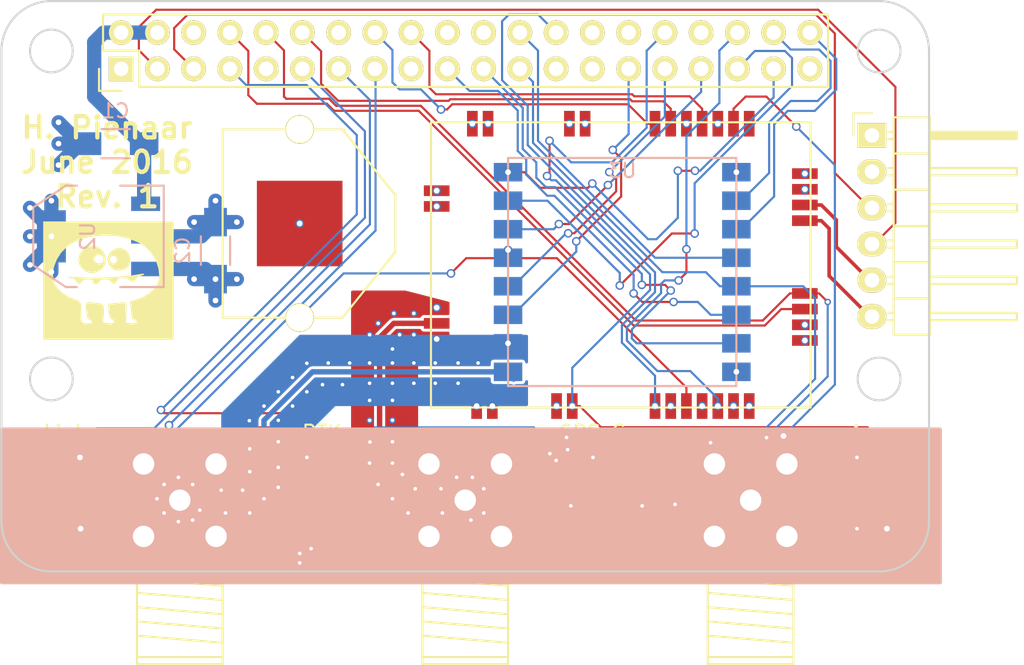
<source format=kicad_pcb>
(kicad_pcb (version 4) (host pcbnew 4.0.2-stable)
  (layers (0 F.Cu signal) (1 In1.Cu power hide) (2 In2.Cu power hide) (31 B.Cu signal) (34 B.Paste user) (35 F.Paste user) (36 B.SilkS user) (37 F.SilkS user) (38 B.Mask user) (39 F.Mask user) (44 Edge.Cuts user))
  (net 0 "")
  (net 1 +5V)
  (net 2 GND)
  (net 3 +3V3)
  (net 4 "Net-(D1-Pad1)")
  (net 5 /ANTFLAG_NVC)
  (net 6 "Net-(D2-Pad1)")
  (net 7 /SCK_RFM22B)
  (net 8 "Net-(D3-Pad1)")
  (net 9 /TX_BINR_NVC)
  (net 10 "Net-(D4-Pad1)")
  (net 11 /GPS_LOCK)
  (net 12 "Net-(D5-Pad1)")
  (net 13 /BASE_DETECTED)
  (net 14 "Net-(D6-Pad1)")
  (net 15 /RTK_SOLUTION)
  (net 16 "Net-(D7-Pad1)")
  (net 17 /ERROR)
  (net 18 "Net-(D8-Pad1)")
  (net 19 "Net-(P1-Pad1)")
  (net 20 "Net-(P2-Pad1)")
  (net 21 /PPS_NVS)
  (net 22 /SCL)
  (net 23 /SDA)
  (net 24 /RX_NMEA_NVC)
  (net 25 /TX_NMEA_NVC)
  (net 26 "Net-(P5-Pad1)")
  (net 27 "Net-(U1-Pad1)")
  (net 28 /RX_BINR_NVC)
  (net 29 /GPIO3_NVS)
  (net 30 /GPIO4_NVS)
  (net 31 /GPIO5_NVS)
  (net 32 /SDI_RFM22B)
  (net 33 /SDO_RFM22B)
  (net 34 "Net-(U1-Pad22)")
  (net 35 /NSEL_RFM22B)
  (net 36 /SLEEPFLAG_NVC)
  (net 37 "Net-(U1-Pad27)")
  (net 38 "Net-(U1-Pad28)")
  (net 39 /RX_ANT_RFM22B)
  (net 40 /TX_ANT_RFM22B)
  (net 41 /GPIO0_RFM22B)
  (net 42 /GPIO1_RFM22B)
  (net 43 /RESET_NVC)
  (net 44 /GPIO2_RFM22B)
  (net 45 /SDN_RFM22B)
  (net 46 /NIRQ_RFM22B)
  (net 47 "Net-(U4-Pad1)")
  (module Misc:RightAngleSMA (layer F.Cu) (at 142.5 95 270)
    (fp_text reference GPS (at 0 5 270) (layer F.SilkS))
    (fp_text value "GPS RF")
    (pad 2 thru_hole circle (at 2.54 2.54 270) (size 1.524 1.524) (drill 1.5) (layers *.Cu *.Mask F.SilkS) (net 2 GND))
    (pad 2 thru_hole circle (at -2.54 2.54 270) (size 1.524 1.524) (drill 1.5) (layers *.Cu *.Mask F.SilkS) (net 2 GND))
    (pad 2 thru_hole circle (at 2.54 -2.54 270) (size 1.524 1.524) (drill 1.5) (layers *.Cu *.Mask F.SilkS) (net 2 GND))
    (pad 2 thru_hole circle (at -2.54 -2.54 270) (size 1.524 1.524) (drill 1.5) (layers *.Cu *.Mask F.SilkS) (net 2 GND))
    (pad 1 thru_hole circle (at 0 0 270) (size 1.524 1.524) (drill 1.5) (layers *.Cu *.Mask F.SilkS) (net 20 "Net-(P2-Pad1)"))
  )
  (module Capacitors_SMD:C_1206_HandSoldering (layer B.Cu) (at 118 70 180)
    (fp_text reference C1 (at 0 2.3 180) (layer B.SilkS) (effects (justify mirror)))
    (fp_text value 10uF)
    (pad 1 smd rect (at -2 0 180) (size 2 1.6) (layers B.Cu B.Paste B.Mask) (net 1 +5V))
    (pad 2 smd rect (at 2 0 180) (size 2 1.6) (layers B.Cu B.Paste B.Mask) (net 2 GND))
  )
  (module Capacitors_SMD:C_1206_HandSoldering (layer B.Cu) (at 125 77.5 270)
    (fp_text reference C2 (at 0 2.3 270) (layer B.SilkS) (effects (justify mirror)))
    (fp_text value 100uF)
    (pad 1 smd rect (at -2 0 270) (size 2 1.6) (layers B.Cu B.Paste B.Mask) (net 3 +3V3))
    (pad 2 smd rect (at 2 0 270) (size 2 1.6) (layers B.Cu B.Paste B.Mask) (net 2 GND))
  )
  (module LEDs:LED_0805 (layer F.Cu) (at 171 97)
    (fp_text reference 3.3V (at 0 -1.75) (layer F.SilkS))
    (fp_text value LED)
    (pad 2 smd rect (at 1.04902 0 180) (size 1.19888 1.19888) (layers F.Cu F.Paste F.Mask) (net 3 +3V3))
    (pad 1 smd rect (at -1.04902 0 180) (size 1.19888 1.19888) (layers F.Cu F.Paste F.Mask) (net 4 "Net-(D1-Pad1)"))
  )
  (module LEDs:LED_0805 (layer F.Cu) (at 171 92)
    (fp_text reference Amp (at 0 -1.75) (layer F.SilkS))
    (fp_text value LED)
    (pad 2 smd rect (at 1.04902 0 180) (size 1.19888 1.19888) (layers F.Cu F.Paste F.Mask) (net 5 /ANTFLAG_NVC))
    (pad 1 smd rect (at -1.04902 0 180) (size 1.19888 1.19888) (layers F.Cu F.Paste F.Mask) (net 6 "Net-(D2-Pad1)"))
  )
  (module LEDs:LED_0805 (layer F.Cu) (at 152.5 97)
    (fp_text reference "RPi Com" (at 0 -1.75) (layer F.SilkS))
    (fp_text value LED)
    (pad 2 smd rect (at 1.04902 0 180) (size 1.19888 1.19888) (layers F.Cu F.Paste F.Mask) (net 7 /SCK_RFM22B))
    (pad 1 smd rect (at -1.04902 0 180) (size 1.19888 1.19888) (layers F.Cu F.Paste F.Mask) (net 8 "Net-(D3-Pad1)"))
  )
  (module LEDs:LED_0805 (layer F.Cu) (at 152.5 92)
    (fp_text reference "GPS Com" (at 0 -1.75) (layer F.SilkS))
    (fp_text value LED)
    (pad 2 smd rect (at 1.04902 0 180) (size 1.19888 1.19888) (layers F.Cu F.Paste F.Mask) (net 9 /TX_BINR_NVC))
    (pad 1 smd rect (at -1.04902 0 180) (size 1.19888 1.19888) (layers F.Cu F.Paste F.Mask) (net 10 "Net-(D4-Pad1)"))
  )
  (module LEDs:LED_0805 (layer F.Cu) (at 132.45098 97)
    (fp_text reference Lock (at 0 -1.75) (layer F.SilkS))
    (fp_text value LED)
    (pad 2 smd rect (at 1.04902 0 180) (size 1.19888 1.19888) (layers F.Cu F.Paste F.Mask) (net 11 /GPS_LOCK))
    (pad 1 smd rect (at -1.04902 0 180) (size 1.19888 1.19888) (layers F.Cu F.Paste F.Mask) (net 12 "Net-(D5-Pad1)"))
  )
  (module LEDs:LED_0805 (layer F.Cu) (at 114.45098 92)
    (fp_text reference Link (at 0 -1.75) (layer F.SilkS))
    (fp_text value LED)
    (pad 2 smd rect (at 1.04902 0 180) (size 1.19888 1.19888) (layers F.Cu F.Paste F.Mask) (net 13 /BASE_DETECTED))
    (pad 1 smd rect (at -1.04902 0 180) (size 1.19888 1.19888) (layers F.Cu F.Paste F.Mask) (net 14 "Net-(D6-Pad1)"))
  )
  (module LEDs:LED_0805 (layer F.Cu) (at 132.45098 92)
    (fp_text reference RTK (at 0 -1.75) (layer F.SilkS))
    (fp_text value LED)
    (pad 2 smd rect (at 1.04902 0 180) (size 1.19888 1.19888) (layers F.Cu F.Paste F.Mask) (net 15 /RTK_SOLUTION))
    (pad 1 smd rect (at -1.04902 0 180) (size 1.19888 1.19888) (layers F.Cu F.Paste F.Mask) (net 16 "Net-(D7-Pad1)"))
  )
  (module LEDs:LED_0805 (layer F.Cu) (at 114.5 97)
    (fp_text reference Error (at 0 -1.75) (layer F.SilkS))
    (fp_text value LED)
    (pad 2 smd rect (at 1.04902 0 180) (size 1.19888 1.19888) (layers F.Cu F.Paste F.Mask) (net 17 /ERROR))
    (pad 1 smd rect (at -1.04902 0 180) (size 1.19888 1.19888) (layers F.Cu F.Paste F.Mask) (net 18 "Net-(D8-Pad1)"))
  )
  (module Misc:RightAngleSMA (layer F.Cu) (at 122.5 95 270)
    (fp_text reference Link (at 0 5 270) (layer F.SilkS))
    (fp_text value "Telem RF")
    (pad 2 thru_hole circle (at 2.54 2.54 270) (size 1.524 1.524) (drill 1.5) (layers *.Cu *.Mask F.SilkS) (net 2 GND))
    (pad 2 thru_hole circle (at -2.54 2.54 270) (size 1.524 1.524) (drill 1.5) (layers *.Cu *.Mask F.SilkS) (net 2 GND))
    (pad 2 thru_hole circle (at 2.54 -2.54 270) (size 1.524 1.524) (drill 1.5) (layers *.Cu *.Mask F.SilkS) (net 2 GND))
    (pad 2 thru_hole circle (at -2.54 -2.54 270) (size 1.524 1.524) (drill 1.5) (layers *.Cu *.Mask F.SilkS) (net 2 GND))
    (pad 1 thru_hole circle (at 0 0 270) (size 1.524 1.524) (drill 1.5) (layers *.Cu *.Mask F.SilkS) (net 19 "Net-(P1-Pad1)"))
  )
  (module Misc:RightAngleSMA (layer F.Cu) (at 162.5 95 270)
    (fp_text reference PPS (at 0 5 270) (layer F.SilkS))
    (fp_text value PPS)
    (pad 2 thru_hole circle (at 2.54 2.54 270) (size 1.524 1.524) (drill 1.5) (layers *.Cu *.Mask F.SilkS) (net 2 GND))
    (pad 2 thru_hole circle (at -2.54 2.54 270) (size 1.524 1.524) (drill 1.5) (layers *.Cu *.Mask F.SilkS) (net 2 GND))
    (pad 2 thru_hole circle (at 2.54 -2.54 270) (size 1.524 1.524) (drill 1.5) (layers *.Cu *.Mask F.SilkS) (net 2 GND))
    (pad 2 thru_hole circle (at -2.54 -2.54 270) (size 1.524 1.524) (drill 1.5) (layers *.Cu *.Mask F.SilkS) (net 2 GND))
    (pad 1 thru_hole circle (at 0 0 270) (size 1.524 1.524) (drill 1.5) (layers *.Cu *.Mask F.SilkS) (net 21 /PPS_NVS))
  )
  (module Pin_Headers:Pin_Header_Angled_1x06 (layer F.Cu) (at 171 69.42)
    (fp_text reference P4 hide)
    (fp_text value CONN_01X06)
    (pad 1 thru_hole rect (at 0 0) (size 2.032 1.7272) (drill 1.016) (layers *.Cu *.Mask F.SilkS) (net 3 +3V3))
    (pad 2 thru_hole oval (at 0 2.54) (size 2.032 1.7272) (drill 1.016) (layers *.Cu *.Mask F.SilkS) (net 2 GND))
    (pad 3 thru_hole oval (at 0 5.08) (size 2.032 1.7272) (drill 1.016) (layers *.Cu *.Mask F.SilkS) (net 22 /SCL))
    (pad 4 thru_hole oval (at 0 7.62) (size 2.032 1.7272) (drill 1.016) (layers *.Cu *.Mask F.SilkS) (net 23 /SDA))
    (pad 5 thru_hole oval (at 0 10.16) (size 2.032 1.7272) (drill 1.016) (layers *.Cu *.Mask F.SilkS) (net 24 /RX_NMEA_NVC))
    (pad 6 thru_hole oval (at 0 12.7) (size 2.032 1.7272) (drill 1.016) (layers *.Cu *.Mask F.SilkS) (net 25 /TX_NMEA_NVC))
  )
  (module Misc:Batholder1220 (layer F.Cu) (at 130.9 75.6 90)
    (fp_text reference P5 hide)
    (fp_text value "Bat holder")
    (pad 1 thru_hole circle (at -6.6 0 90) (size 2 2) (drill 1.85) (layers *.Cu *.Mask F.SilkS) (net 26 "Net-(P5-Pad1)"))
    (pad 1 thru_hole circle (at 6.6 0 90) (size 2 2) (drill 1.85) (layers *.Cu *.Mask F.SilkS) (net 26 "Net-(P5-Pad1)"))
    (pad 2 smd rect (at 0 0 90) (size 6 6) (layers F.Cu F.Paste F.Mask) (net 2 GND))
  )
  (module Resistors_SMD:R_Array_Convex_8x0602 (layer B.Cu) (at 152.5 95 270)
    (fp_text reference RP1 (at 0 3 270) (layer B.SilkS) (effects (justify mirror)))
    (fp_text value R_PACK8)
    (pad 1 smd rect (at -0.9 1.75 270) (size 0.8 0.3) (layers B.Cu B.Paste B.Mask) (net 18 "Net-(D8-Pad1)"))
    (pad 16 smd rect (at 0.9 1.75 270) (size 0.8 0.3) (layers B.Cu B.Paste B.Mask) (net 2 GND))
    (pad 8 smd rect (at -0.9 -1.75 270) (size 0.8 0.3) (layers B.Cu B.Paste B.Mask) (net 4 "Net-(D1-Pad1)"))
    (pad 9 smd rect (at 0.9 -1.75 270) (size 0.8 0.3) (layers B.Cu B.Paste B.Mask) (net 2 GND))
    (pad 2 smd rect (at -0.9 1.25 270) (size 0.8 0.3) (layers B.Cu B.Paste B.Mask) (net 16 "Net-(D7-Pad1)"))
    (pad 3 smd rect (at -0.9 0.75 270) (size 0.8 0.3) (layers B.Cu B.Paste B.Mask) (net 14 "Net-(D6-Pad1)"))
    (pad 4 smd rect (at -0.9 0.25 270) (size 0.8 0.3) (layers B.Cu B.Paste B.Mask) (net 12 "Net-(D5-Pad1)"))
    (pad 5 smd rect (at -0.9 -0.25 270) (size 0.8 0.3) (layers B.Cu B.Paste B.Mask) (net 10 "Net-(D4-Pad1)"))
    (pad 6 smd rect (at -0.9 -0.75 270) (size 0.8 0.3) (layers B.Cu B.Paste B.Mask) (net 8 "Net-(D3-Pad1)"))
    (pad 7 smd rect (at -0.9 -1.25 270) (size 0.8 0.3) (layers B.Cu B.Paste B.Mask) (net 6 "Net-(D2-Pad1)"))
    (pad 15 smd rect (at 0.9 1.25 270) (size 0.8 0.3) (layers B.Cu B.Paste B.Mask) (net 2 GND))
    (pad 14 smd rect (at 0.9 0.75 270) (size 0.8 0.3) (layers B.Cu B.Paste B.Mask) (net 2 GND))
    (pad 13 smd rect (at 0.9 0.25 270) (size 0.8 0.3) (layers B.Cu B.Paste B.Mask) (net 2 GND))
    (pad 11 smd rect (at 0.9 -0.75 270) (size 0.8 0.3) (layers B.Cu B.Paste B.Mask) (net 2 GND))
    (pad 12 smd rect (at 0.9 -0.25 270) (size 0.8 0.3) (layers B.Cu B.Paste B.Mask) (net 2 GND))
    (pad 10 smd rect (at 0.9 -1.25 270) (size 0.8 0.3) (layers B.Cu B.Paste B.Mask) (net 2 GND))
  )
  (module Pin_Headers:Pin_Header_Straight_2x20 (layer F.Cu) (at 118.39 64.75 90)
    (fp_text reference U1 hide)
    (fp_text value RaspberryPi)
    (pad 1 thru_hole rect (at 0 0 90) (size 1.7272 1.7272) (drill 1.016) (layers *.Cu *.Mask F.SilkS) (net 27 "Net-(U1-Pad1)"))
    (pad 2 thru_hole oval (at 2.54 0 90) (size 1.7272 1.7272) (drill 1.016) (layers *.Cu *.Mask F.SilkS) (net 1 +5V))
    (pad 3 thru_hole oval (at 0 2.54 90) (size 1.7272 1.7272) (drill 1.016) (layers *.Cu *.Mask F.SilkS) (net 23 /SDA))
    (pad 4 thru_hole oval (at 2.54 2.54 90) (size 1.7272 1.7272) (drill 1.016) (layers *.Cu *.Mask F.SilkS) (net 1 +5V))
    (pad 5 thru_hole oval (at 0 5.08 90) (size 1.7272 1.7272) (drill 1.016) (layers *.Cu *.Mask F.SilkS) (net 22 /SCL))
    (pad 6 thru_hole oval (at 2.54 5.08 90) (size 1.7272 1.7272) (drill 1.016) (layers *.Cu *.Mask F.SilkS) (net 2 GND))
    (pad 7 thru_hole oval (at 0 7.62 90) (size 1.7272 1.7272) (drill 1.016) (layers *.Cu *.Mask F.SilkS) (net 15 /RTK_SOLUTION))
    (pad 8 thru_hole oval (at 2.54 7.62 90) (size 1.7272 1.7272) (drill 1.016) (layers *.Cu *.Mask F.SilkS) (net 28 /RX_BINR_NVC))
    (pad 9 thru_hole oval (at 0 10.16 90) (size 1.7272 1.7272) (drill 1.016) (layers *.Cu *.Mask F.SilkS) (net 2 GND))
    (pad 10 thru_hole oval (at 2.54 10.16 90) (size 1.7272 1.7272) (drill 1.016) (layers *.Cu *.Mask F.SilkS) (net 9 /TX_BINR_NVC))
    (pad 11 thru_hole oval (at 0 12.7 90) (size 1.7272 1.7272) (drill 1.016) (layers *.Cu *.Mask F.SilkS) (net 17 /ERROR))
    (pad 12 thru_hole oval (at 2.54 12.7 90) (size 1.7272 1.7272) (drill 1.016) (layers *.Cu *.Mask F.SilkS) (net 29 /GPIO3_NVS))
    (pad 13 thru_hole oval (at 0 15.24 90) (size 1.7272 1.7272) (drill 1.016) (layers *.Cu *.Mask F.SilkS) (net 11 /GPS_LOCK))
    (pad 14 thru_hole oval (at 2.54 15.24 90) (size 1.7272 1.7272) (drill 1.016) (layers *.Cu *.Mask F.SilkS) (net 2 GND))
    (pad 15 thru_hole oval (at 0 17.78 90) (size 1.7272 1.7272) (drill 1.016) (layers *.Cu *.Mask F.SilkS) (net 13 /BASE_DETECTED))
    (pad 16 thru_hole oval (at 2.54 17.78 90) (size 1.7272 1.7272) (drill 1.016) (layers *.Cu *.Mask F.SilkS) (net 30 /GPIO4_NVS))
    (pad 17 thru_hole oval (at 0 20.32 90) (size 1.7272 1.7272) (drill 1.016) (layers *.Cu *.Mask F.SilkS) (net 3 +3V3))
    (pad 18 thru_hole oval (at 2.54 20.32 90) (size 1.7272 1.7272) (drill 1.016) (layers *.Cu *.Mask F.SilkS) (net 31 /GPIO5_NVS))
    (pad 19 thru_hole oval (at 0 22.86 90) (size 1.7272 1.7272) (drill 1.016) (layers *.Cu *.Mask F.SilkS) (net 32 /SDI_RFM22B))
    (pad 20 thru_hole oval (at 2.54 22.86 90) (size 1.7272 1.7272) (drill 1.016) (layers *.Cu *.Mask F.SilkS) (net 2 GND))
    (pad 21 thru_hole oval (at 0 25.4 90) (size 1.7272 1.7272) (drill 1.016) (layers *.Cu *.Mask F.SilkS) (net 33 /SDO_RFM22B))
    (pad 22 thru_hole oval (at 2.54 25.4 90) (size 1.7272 1.7272) (drill 1.016) (layers *.Cu *.Mask F.SilkS) (net 34 "Net-(U1-Pad22)"))
    (pad 23 thru_hole oval (at 0 27.94 90) (size 1.7272 1.7272) (drill 1.016) (layers *.Cu *.Mask F.SilkS) (net 7 /SCK_RFM22B))
    (pad 24 thru_hole oval (at 2.54 27.94 90) (size 1.7272 1.7272) (drill 1.016) (layers *.Cu *.Mask F.SilkS) (net 35 /NSEL_RFM22B))
    (pad 25 thru_hole oval (at 0 30.48 90) (size 1.7272 1.7272) (drill 1.016) (layers *.Cu *.Mask F.SilkS) (net 2 GND))
    (pad 26 thru_hole oval (at 2.54 30.48 90) (size 1.7272 1.7272) (drill 1.016) (layers *.Cu *.Mask F.SilkS) (net 36 /SLEEPFLAG_NVC))
    (pad 27 thru_hole oval (at 0 33.02 90) (size 1.7272 1.7272) (drill 1.016) (layers *.Cu *.Mask F.SilkS) (net 37 "Net-(U1-Pad27)"))
    (pad 28 thru_hole oval (at 2.54 33.02 90) (size 1.7272 1.7272) (drill 1.016) (layers *.Cu *.Mask F.SilkS) (net 38 "Net-(U1-Pad28)"))
    (pad 29 thru_hole oval (at 0 35.56 90) (size 1.7272 1.7272) (drill 1.016) (layers *.Cu *.Mask F.SilkS) (net 39 /RX_ANT_RFM22B))
    (pad 30 thru_hole oval (at 2.54 35.56 90) (size 1.7272 1.7272) (drill 1.016) (layers *.Cu *.Mask F.SilkS) (net 2 GND))
    (pad 31 thru_hole oval (at 0 38.1 90) (size 1.7272 1.7272) (drill 1.016) (layers *.Cu *.Mask F.SilkS) (net 40 /TX_ANT_RFM22B))
    (pad 32 thru_hole oval (at 2.54 38.1 90) (size 1.7272 1.7272) (drill 1.016) (layers *.Cu *.Mask F.SilkS) (net 5 /ANTFLAG_NVC))
    (pad 33 thru_hole oval (at 0 40.64 90) (size 1.7272 1.7272) (drill 1.016) (layers *.Cu *.Mask F.SilkS) (net 41 /GPIO0_RFM22B))
    (pad 34 thru_hole oval (at 2.54 40.64 90) (size 1.7272 1.7272) (drill 1.016) (layers *.Cu *.Mask F.SilkS) (net 2 GND))
    (pad 35 thru_hole oval (at 0 43.18 90) (size 1.7272 1.7272) (drill 1.016) (layers *.Cu *.Mask F.SilkS) (net 42 /GPIO1_RFM22B))
    (pad 36 thru_hole oval (at 2.54 43.18 90) (size 1.7272 1.7272) (drill 1.016) (layers *.Cu *.Mask F.SilkS) (net 43 /RESET_NVC))
    (pad 37 thru_hole oval (at 0 45.72 90) (size 1.7272 1.7272) (drill 1.016) (layers *.Cu *.Mask F.SilkS) (net 44 /GPIO2_RFM22B))
    (pad 38 thru_hole oval (at 2.54 45.72 90) (size 1.7272 1.7272) (drill 1.016) (layers *.Cu *.Mask F.SilkS) (net 45 /SDN_RFM22B))
    (pad 39 thru_hole oval (at 0 48.26 90) (size 1.7272 1.7272) (drill 1.016) (layers *.Cu *.Mask F.SilkS) (net 2 GND))
    (pad 40 thru_hole oval (at 2.54 48.26 90) (size 1.7272 1.7272) (drill 1.016) (layers *.Cu *.Mask F.SilkS) (net 46 /NIRQ_RFM22B))
  )
  (module TO_SOT_Packages_SMD:SOT-223 (layer B.Cu) (at 116.802 76.5 270)
    (fp_text reference U2 (at 0 0.762 270) (layer B.SilkS) (effects (justify mirror)))
    (fp_text value LM1117)
    (pad 2 smd rect (at 0 3.302 270) (size 3.6576 2.032) (layers B.Cu B.Paste B.Mask) (net 2 GND))
    (pad 3 smd rect (at 0 -3.302 270) (size 1.016 2.032) (layers B.Cu B.Paste B.Mask) (net 3 +3V3))
    (pad 2 smd rect (at 2.286 -3.302 270) (size 1.016 2.032) (layers B.Cu B.Paste B.Mask) (net 2 GND))
    (pad 1 smd rect (at -2.286 -3.302 270) (size 1.016 2.032) (layers B.Cu B.Paste B.Mask) (net 1 +5V))
  )
  (module RFM22B:RFM22B (layer B.Cu) (at 153.5 79)
    (fp_text reference U3 (at 0 -7.112) (layer B.SilkS) (effects (justify mirror)))
    (fp_text value RFM22B)
    (pad 1 smd rect (at -8 7) (size 2 1.3) (layers B.Cu B.Paste B.Mask) (net 19 "Net-(P1-Pad1)"))
    (pad 2 smd rect (at -8 5) (size 2 1.3) (layers B.Cu B.Paste B.Mask) (net 2 GND))
    (pad 3 smd rect (at -8 3) (size 2 1.3) (layers B.Cu B.Paste B.Mask) (net 39 /RX_ANT_RFM22B))
    (pad 4 smd rect (at -8 1) (size 2 1.3) (layers B.Cu B.Paste B.Mask) (net 40 /TX_ANT_RFM22B))
    (pad 5 smd rect (at -8 -1) (size 2 1.3) (layers B.Cu B.Paste B.Mask) (net 3 +3V3))
    (pad 6 smd rect (at -8 -3) (size 2 1.3) (layers B.Cu B.Paste B.Mask) (net 41 /GPIO0_RFM22B))
    (pad 7 smd rect (at -8 -5) (size 2 1.3) (layers B.Cu B.Paste B.Mask) (net 42 /GPIO1_RFM22B))
    (pad 8 smd rect (at -8 -7) (size 2 1.3) (layers B.Cu B.Paste B.Mask) (net 44 /GPIO2_RFM22B))
    (pad 9 smd rect (at 8 -7) (size 2 1.3) (layers B.Cu B.Paste B.Mask) (net 2 GND))
    (pad 10 smd rect (at 8 -5) (size 2 1.3) (layers B.Cu B.Paste B.Mask) (net 45 /SDN_RFM22B))
    (pad 11 smd rect (at 8 -3) (size 2 1.3) (layers B.Cu B.Paste B.Mask) (net 46 /NIRQ_RFM22B))
    (pad 12 smd rect (at 8 -1) (size 2 1.3) (layers B.Cu B.Paste B.Mask) (net 35 /NSEL_RFM22B))
    (pad 13 smd rect (at 8 1) (size 2 1.3) (layers B.Cu B.Paste B.Mask) (net 7 /SCK_RFM22B))
    (pad 14 smd rect (at 8 3) (size 2 1.3) (layers B.Cu B.Paste B.Mask) (net 32 /SDI_RFM22B))
    (pad 15 smd rect (at 8 5) (size 2 1.3) (layers B.Cu B.Paste B.Mask) (net 33 /SDO_RFM22B))
    (pad 16 smd rect (at 8 7) (size 2 1.3) (layers B.Cu B.Paste B.Mask) (net 2 GND))
  )
  (module NV08C-CSM:NV08C-CSM (layer F.Cu) (at 153.4 78.5 180)
    (fp_text reference U4 hide)
    (fp_text value NV08C-CSM)
    (pad 1 smd rect (at -9 9.9 180) (size 0.75 1.8) (layers F.Cu F.Paste F.Mask) (net 47 "Net-(U4-Pad1)"))
    (pad 2 smd rect (at -7.9 9.9 180) (size 0.75 1.8) (layers F.Cu F.Paste F.Mask) (net 21 /PPS_NVS))
    (pad 3 smd rect (at -6.8 9.9 180) (size 0.75 1.8) (layers F.Cu F.Paste F.Mask) (net 2 GND))
    (pad 4 smd rect (at -5.7 9.9 180) (size 0.75 1.8) (layers F.Cu F.Paste F.Mask) (net 31 /GPIO5_NVS))
    (pad 5 smd rect (at -4.6 9.9 180) (size 0.75 1.8) (layers F.Cu F.Paste F.Mask) (net 3 +3V3))
    (pad 8 smd rect (at 2.5 9.9 180) (size 0.75 1.8) (layers F.Cu F.Paste F.Mask) (net 3 +3V3))
    (pad 9 smd rect (at 3.6 9.9 180) (size 0.75 1.8) (layers F.Cu F.Paste F.Mask) (net 2 GND))
    (pad 10 smd rect (at 9.3 9.9 180) (size 0.75 1.8) (layers F.Cu F.Paste F.Mask) (net 2 GND))
    (pad 11 smd rect (at 10.4 9.9 180) (size 0.75 1.8) (layers F.Cu F.Paste F.Mask) (net 2 GND))
    (pad 16 smd rect (at 12.9 -5.2 270) (size 0.75 1.8) (layers F.Cu F.Paste F.Mask) (net 2 GND))
    (pad 15 smd rect (at 12.9 -4.1 270) (size 0.75 1.8) (layers F.Cu F.Paste F.Mask) (net 20 "Net-(P2-Pad1)"))
    (pad 14 smd rect (at 12.9 -3 270) (size 0.75 1.8) (layers F.Cu F.Paste F.Mask) (net 2 GND))
    (pad 13 smd rect (at 12.9 4.1 270) (size 0.75 1.8) (layers F.Cu F.Paste F.Mask) (net 2 GND))
    (pad 12 smd rect (at 12.9 5.2 270) (size 0.75 1.8) (layers F.Cu F.Paste F.Mask) (net 2 GND))
    (pad 27 smd rect (at -9 -9.9 180) (size 0.75 1.8) (layers F.Cu F.Paste F.Mask) (net 2 GND))
    (pad 26 smd rect (at -7.9 -9.9 180) (size 0.75 1.8) (layers F.Cu F.Paste F.Mask) (net 3 +3V3))
    (pad 25 smd rect (at -6.8 -9.9 180) (size 0.75 1.8) (layers F.Cu F.Paste F.Mask) (net 43 /RESET_NVC))
    (pad 24 smd rect (at -5.7 -9.9 180) (size 0.75 1.8) (layers F.Cu F.Paste F.Mask) (net 2 GND))
    (pad 23 smd rect (at -4.6 -9.9 180) (size 0.75 1.8) (layers F.Cu F.Paste F.Mask) (net 26 "Net-(P5-Pad1)"))
    (pad 22 smd rect (at -3.5 -9.9 180) (size 0.75 1.8) (layers F.Cu F.Paste F.Mask) (net 2 GND))
    (pad 6 smd rect (at -3.5 9.9 180) (size 0.75 1.8) (layers F.Cu F.Paste F.Mask) (net 29 /GPIO3_NVS))
    (pad 7 smd rect (at -2.4 9.9 180) (size 0.75 1.8) (layers F.Cu F.Paste F.Mask) (net 30 /GPIO4_NVS))
    (pad 20 smd rect (at 3.4 -9.9 180) (size 0.75 1.8) (layers F.Cu F.Paste F.Mask) (net 5 /ANTFLAG_NVC))
    (pad 21 smd rect (at -2.4 -9.9 180) (size 0.75 1.8) (layers F.Cu F.Paste F.Mask) (net 36 /SLEEPFLAG_NVC))
    (pad 19 smd rect (at 4.5 -9.9 180) (size 0.75 1.8) (layers F.Cu F.Paste F.Mask) (net 2 GND))
    (pad 18 smd rect (at 9 -9.9 180) (size 0.75 1.8) (layers F.Cu F.Paste F.Mask) (net 2 GND))
    (pad 17 smd rect (at 10.1 -9.9 180) (size 0.75 1.8) (layers F.Cu F.Paste F.Mask) (net 2 GND))
    (pad 28 smd rect (at -12.9 -5.3 270) (size 0.75 1.8) (layers F.Cu F.Paste F.Mask) (net 3 +3V3))
    (pad 29 smd rect (at -12.9 -4.2 270) (size 0.75 1.8) (layers F.Cu F.Paste F.Mask) (net 2 GND))
    (pad 30 smd rect (at -12.9 -3.1 270) (size 0.75 1.8) (layers F.Cu F.Paste F.Mask) (net 28 /RX_BINR_NVC))
    (pad 31 smd rect (at -12.9 -2 270) (size 0.75 1.8) (layers F.Cu F.Paste F.Mask) (net 9 /TX_BINR_NVC))
    (pad 32 smd rect (at -12.9 3.1 270) (size 0.75 1.8) (layers F.Cu F.Paste F.Mask) (net 25 /TX_NMEA_NVC))
    (pad 33 smd rect (at -12.9 4.2 270) (size 0.75 1.8) (layers F.Cu F.Paste F.Mask) (net 24 /RX_NMEA_NVC))
    (pad 34 smd rect (at -12.9 5.3 270) (size 0.75 1.8) (layers F.Cu F.Paste F.Mask) (net 2 GND))
    (pad 35 smd rect (at -12.9 6.4 270) (size 0.75 1.8) (layers F.Cu F.Paste F.Mask) (net 3 +3V3))
  )
  (module logo:LOGO (layer F.Cu) (at 117.5 79.6)
    (fp_text reference G*** hide)
    (fp_text value LOGO hide)
  )
  (gr_text "H. Pienaar\nJune 2016\nRev. 1" (at 117.4 71.3) (layer F.SilkS) (effects (font (size 1.5 1.5) (thickness 0.3))))
  (gr_line (start 175 96.5) (end 175 86.5) (layer Edge.Cuts) (width 0.15))
  (gr_line (start 113.5 100) (end 171.5 100) (layer Edge.Cuts) (width 0.15))
  (gr_line (start 110 86.5) (end 110 96.5) (layer Edge.Cuts) (width 0.15))
  (gr_arc (start 113.5 96.5) (end 113.5 100) (angle 90) (layer Edge.Cuts) (width 0.15))
  (gr_arc (start 171.5 96.5) (end 175 96.5) (angle 90) (layer Edge.Cuts) (width 0.15))
  (gr_line (start 171.5 60) (end 113.5 60) (layer Edge.Cuts) (width 0.15))
  (gr_line (start 175 86.5) (end 175 63.5) (layer Edge.Cuts) (width 0.15))
  (gr_line (start 110 63.5) (end 110 86.5) (layer Edge.Cuts) (width 0.15))
  (gr_arc (start 113.5 63.5) (end 110 63.5) (angle 90) (layer Edge.Cuts) (width 0.15))
  (gr_arc (start 171.5 63.5) (end 171.5 60) (angle 90) (layer Edge.Cuts) (width 0.15))
  (gr_circle (center 171.5 86.5) (end 171.5 85) (layer Edge.Cuts) (width 0.15))
  (gr_circle (center 113.5 86.5) (end 113.5 85) (layer Edge.Cuts) (width 0.15))
  (gr_circle (center 113.5 63.5) (end 113.5 62) (layer Edge.Cuts) (width 0.15))
  (gr_circle (center 171.5 63.5) (end 171.5 62) (layer Edge.Cuts) (width 0.15))
  (segment (start 150.75 95.4) (end 149.9 95.4) (width 0.15) (layer B.Cu) (net 0))
  (via (at 149.9 95.4) (size 0.454) (drill 0.254) (layers F.Cu B.Cu) (net 0))
  (segment (start 154.25 95.4) (end 154.9 95.4) (width 0.15) (layer B.Cu) (net 0))
  (via (at 154.9 95.4) (size 0.454) (drill 0.254) (layers F.Cu B.Cu) (net 0))
  (segment (start 153.75 95.4) (end 154.25 95.4) (width 0.15) (layer B.Cu) (net 0))
  (segment (start 153.25 95.4) (end 153.75 95.4) (width 0.15) (layer B.Cu) (net 0))
  (segment (start 152.75 95.4) (end 153.25 95.4) (width 0.15) (layer B.Cu) (net 0))
  (segment (start 152.25 95.4) (end 152.75 95.4) (width 0.15) (layer B.Cu) (net 0))
  (segment (start 151.75 95.4) (end 152.25 95.4) (width 0.15) (layer B.Cu) (net 0))
  (segment (start 151.25 95.4) (end 151.75 95.4) (width 0.15) (layer B.Cu) (net 0))
  (segment (start 150.75 95.4) (end 151.25 95.4) (width 0.15) (layer B.Cu) (net 0))
  (segment (start 120 70) (end 120 74.11) (width 1) (layer B.Cu) (net 1))
  (segment (start 120 74.11) (end 120.104 74.214) (width 1) (layer B.Cu) (net 1))
  (segment (start 120.93 62.21) (end 118.39 62.21) (width 1) (layer B.Cu) (net 1))
  (segment (start 116.5 62.878686) (end 116.5 66.7) (width 1) (layer B.Cu) (net 1))
  (segment (start 116.5 66.7) (end 119.8 70) (width 1) (layer B.Cu) (net 1))
  (segment (start 119.8 70) (end 120 70) (width 1) (layer B.Cu) (net 1))
  (segment (start 118.39 62.21) (end 117.168686 62.21) (width 1) (layer B.Cu) (net 1))
  (segment (start 117.168686 62.21) (end 116.5 62.878686) (width 1) (layer B.Cu) (net 1))
  (segment (start 140.4 86.8) (end 142 86.8) (width 0.25) (layer B.Cu) (net 2))
  (via (at 142 86.8) (size 0.454) (drill 0.254) (layers F.Cu B.Cu) (net 2))
  (segment (start 138.9 86.8) (end 140.4 86.8) (width 0.25) (layer B.Cu) (net 2))
  (via (at 140.4 86.8) (size 0.454) (drill 0.254) (layers F.Cu B.Cu) (net 2))
  (segment (start 137.4 86.8) (end 138.9 86.8) (width 0.25) (layer B.Cu) (net 2))
  (via (at 138.9 86.8) (size 0.454) (drill 0.254) (layers F.Cu B.Cu) (net 2))
  (segment (start 137.4 94.9) (end 136.4 93.9) (width 0.25) (layer F.Cu) (net 2))
  (via (at 136.4 93.9) (size 0.454) (drill 0.254) (layers F.Cu B.Cu) (net 2))
  (segment (start 121.4 93.9) (end 121.4 94.4) (width 0.25) (layer B.Cu) (net 2))
  (segment (start 121.4 94.4) (end 120.9 94.9) (width 0.25) (layer B.Cu) (net 2))
  (via (at 120.9 94.9) (size 0.454) (drill 0.254) (layers F.Cu B.Cu) (net 2))
  (segment (start 138.5 95.9) (end 138.4 95.9) (width 0.25) (layer F.Cu) (net 2))
  (segment (start 138.4 95.9) (end 137.4 94.9) (width 0.25) (layer F.Cu) (net 2))
  (via (at 137.4 94.9) (size 0.454) (drill 0.254) (layers F.Cu B.Cu) (net 2))
  (segment (start 122.4 93.4) (end 121.9 93.4) (width 0.25) (layer B.Cu) (net 2))
  (segment (start 121.9 93.4) (end 121.4 93.9) (width 0.25) (layer B.Cu) (net 2))
  (via (at 121.4 93.9) (size 0.454) (drill 0.254) (layers F.Cu B.Cu) (net 2))
  (segment (start 140.9 95.9) (end 138.5 95.9) (width 0.25) (layer F.Cu) (net 2))
  (via (at 138.5 95.9) (size 0.454) (drill 0.254) (layers F.Cu B.Cu) (net 2))
  (segment (start 123.4 93.9) (end 122.9 93.9) (width 0.25) (layer B.Cu) (net 2))
  (segment (start 122.9 93.9) (end 122.4 93.4) (width 0.25) (layer B.Cu) (net 2))
  (via (at 122.4 93.4) (size 0.454) (drill 0.254) (layers F.Cu B.Cu) (net 2))
  (segment (start 142.9 96.4) (end 141.4 96.4) (width 0.25) (layer F.Cu) (net 2))
  (segment (start 141.4 96.4) (end 140.9 95.9) (width 0.25) (layer F.Cu) (net 2))
  (via (at 140.9 95.9) (size 0.454) (drill 0.254) (layers F.Cu B.Cu) (net 2))
  (segment (start 125.4 94.3) (end 123.8 94.3) (width 0.25) (layer B.Cu) (net 2))
  (segment (start 123.8 94.3) (end 123.4 93.9) (width 0.25) (layer B.Cu) (net 2))
  (via (at 123.4 93.9) (size 0.454) (drill 0.254) (layers F.Cu B.Cu) (net 2))
  (segment (start 143.8 95.9) (end 143.4 95.9) (width 0.25) (layer F.Cu) (net 2))
  (segment (start 143.4 95.9) (end 142.9 96.4) (width 0.25) (layer F.Cu) (net 2))
  (via (at 142.9 96.4) (size 0.454) (drill 0.254) (layers F.Cu B.Cu) (net 2))
  (segment (start 126.9 94.3) (end 125.4 94.3) (width 0.25) (layer B.Cu) (net 2))
  (via (at 125.4 94.3) (size 0.454) (drill 0.254) (layers F.Cu B.Cu) (net 2))
  (segment (start 143.8 94.2) (end 143.8 95.9) (width 0.25) (layer F.Cu) (net 2))
  (via (at 143.8 95.9) (size 0.454) (drill 0.254) (layers F.Cu B.Cu) (net 2))
  (segment (start 127.4 93) (end 127.4 93.8) (width 0.25) (layer B.Cu) (net 2))
  (segment (start 127.4 93.8) (end 126.9 94.3) (width 0.25) (layer B.Cu) (net 2))
  (via (at 126.9 94.3) (size 0.454) (drill 0.254) (layers F.Cu B.Cu) (net 2))
  (segment (start 143 93.4) (end 143.8 94.2) (width 0.25) (layer F.Cu) (net 2))
  (via (at 143.8 94.2) (size 0.454) (drill 0.254) (layers F.Cu B.Cu) (net 2))
  (segment (start 127.4 91.4) (end 127.4 93) (width 0.25) (layer B.Cu) (net 2))
  (via (at 127.4 93) (size 0.454) (drill 0.254) (layers F.Cu B.Cu) (net 2))
  (segment (start 141.9 93.4) (end 143 93.4) (width 0.25) (layer F.Cu) (net 2))
  (via (at 143 93.4) (size 0.454) (drill 0.254) (layers F.Cu B.Cu) (net 2))
  (segment (start 127.4 95.9) (end 125.7 95.9) (width 0.25) (layer B.Cu) (net 2))
  (via (at 125.7 95.9) (size 0.454) (drill 0.254) (layers F.Cu B.Cu) (net 2))
  (segment (start 140.8 94.2) (end 141.1 94.2) (width 0.25) (layer F.Cu) (net 2))
  (segment (start 141.1 94.2) (end 141.9 93.4) (width 0.25) (layer F.Cu) (net 2))
  (via (at 141.9 93.4) (size 0.454) (drill 0.254) (layers F.Cu B.Cu) (net 2))
  (segment (start 128.4 94.9) (end 127.4 95.9) (width 0.25) (layer B.Cu) (net 2))
  (via (at 127.4 95.9) (size 0.454) (drill 0.254) (layers F.Cu B.Cu) (net 2))
  (segment (start 139 94.2) (end 140.8 94.2) (width 0.25) (layer F.Cu) (net 2))
  (via (at 140.8 94.2) (size 0.454) (drill 0.254) (layers F.Cu B.Cu) (net 2))
  (segment (start 129.4 94.1) (end 129.2 94.1) (width 0.25) (layer B.Cu) (net 2))
  (segment (start 129.2 94.1) (end 128.4 94.9) (width 0.25) (layer B.Cu) (net 2))
  (via (at 128.4 94.9) (size 0.454) (drill 0.254) (layers F.Cu B.Cu) (net 2))
  (segment (start 138.1 93.2) (end 138.1 93.3) (width 0.25) (layer F.Cu) (net 2))
  (segment (start 138.1 93.3) (end 139 94.2) (width 0.25) (layer F.Cu) (net 2))
  (via (at 139 94.2) (size 0.454) (drill 0.254) (layers F.Cu B.Cu) (net 2))
  (segment (start 129.4 92.7) (end 129.4 94.1) (width 0.25) (layer B.Cu) (net 2))
  (via (at 129.4 94.1) (size 0.454) (drill 0.254) (layers F.Cu B.Cu) (net 2))
  (segment (start 137.4 92.4) (end 137.4 92.5) (width 0.25) (layer F.Cu) (net 2))
  (via (at 138.1 93.2) (size 0.454) (drill 0.254) (layers F.Cu B.Cu) (net 2))
  (segment (start 137.4 92.5) (end 138.1 93.2) (width 0.25) (layer F.Cu) (net 2))
  (segment (start 129.4 90.9) (end 129.4 92.7) (width 0.25) (layer B.Cu) (net 2))
  (via (at 129.4 92.7) (size 0.454) (drill 0.254) (layers F.Cu B.Cu) (net 2))
  (segment (start 137.4 90.9) (end 137.4 92.4) (width 0.25) (layer F.Cu) (net 2))
  (via (at 137.4 92.4) (size 0.454) (drill 0.254) (layers F.Cu B.Cu) (net 2))
  (segment (start 127.373305 89.425192) (end 127.373305 91.373305) (width 0.25) (layer B.Cu) (net 2))
  (segment (start 127.373305 91.373305) (end 127.4 91.4) (width 0.25) (layer B.Cu) (net 2))
  (via (at 127.4 91.4) (size 0.454) (drill 0.254) (layers F.Cu B.Cu) (net 2))
  (segment (start 137.4 89.395989) (end 137.4 90.9) (width 0.25) (layer F.Cu) (net 2))
  (via (at 137.4 90.9) (size 0.454) (drill 0.254) (layers F.Cu B.Cu) (net 2))
  (segment (start 129.4 89.4) (end 129.4 90.9) (width 0.25) (layer B.Cu) (net 2))
  (via (at 129.4 90.9) (size 0.454) (drill 0.254) (layers F.Cu B.Cu) (net 2))
  (segment (start 137.4 88) (end 137.4 89.395989) (width 0.25) (layer F.Cu) (net 2))
  (via (at 137.4 89.395989) (size 0.454) (drill 0.254) (layers F.Cu B.Cu) (net 2))
  (segment (start 130.4 88.4) (end 129.4 89.4) (width 0.25) (layer B.Cu) (net 2))
  (via (at 129.4 89.4) (size 0.454) (drill 0.254) (layers F.Cu B.Cu) (net 2))
  (segment (start 137.4 86.8) (end 137.4 88) (width 0.25) (layer F.Cu) (net 2))
  (via (at 137.4 88) (size 0.454) (drill 0.254) (layers F.Cu B.Cu) (net 2))
  (segment (start 131.4 87.4) (end 130.4 88.4) (width 0.25) (layer B.Cu) (net 2))
  (via (at 130.4 88.4) (size 0.454) (drill 0.254) (layers F.Cu B.Cu) (net 2))
  (segment (start 137.4 85.38299) (end 137.4 86.8) (width 0.25) (layer F.Cu) (net 2))
  (via (at 137.4 86.8) (size 0.454) (drill 0.254) (layers F.Cu B.Cu) (net 2))
  (segment (start 132.5 86.9) (end 131.9 86.9) (width 0.25) (layer B.Cu) (net 2))
  (segment (start 131.9 86.9) (end 131.4 87.4) (width 0.25) (layer B.Cu) (net 2))
  (via (at 131.4 87.4) (size 0.454) (drill 0.254) (layers F.Cu B.Cu) (net 2))
  (segment (start 137.9 83.4) (end 137.9 83.9) (width 0.25) (layer F.Cu) (net 2))
  (segment (start 137.9 83.9) (end 137.4 84.4) (width 0.25) (layer F.Cu) (net 2))
  (via (at 137.4 84.4) (size 0.454) (drill 0.254) (layers F.Cu B.Cu) (net 2))
  (segment (start 133.9 86.9) (end 132.5 86.9) (width 0.25) (layer B.Cu) (net 2))
  (via (at 132.5 86.9) (size 0.454) (drill 0.254) (layers F.Cu B.Cu) (net 2))
  (segment (start 138.9 83.4) (end 137.9 83.4) (width 0.25) (layer F.Cu) (net 2))
  (via (at 137.9 83.4) (size 0.454) (drill 0.254) (layers F.Cu B.Cu) (net 2))
  (segment (start 135.8 86.8) (end 134 86.8) (width 0.25) (layer B.Cu) (net 2))
  (segment (start 134 86.8) (end 133.9 86.9) (width 0.25) (layer B.Cu) (net 2))
  (via (at 133.9 86.9) (size 0.454) (drill 0.254) (layers F.Cu B.Cu) (net 2))
  (segment (start 140.5 83.7) (end 139.2 83.7) (width 0.25) (layer F.Cu) (net 2))
  (segment (start 139.2 83.7) (end 138.9 83.4) (width 0.25) (layer F.Cu) (net 2))
  (via (at 138.9 83.4) (size 0.454) (drill 0.254) (layers F.Cu B.Cu) (net 2))
  (segment (start 128.4 88.4) (end 128.398497 88.4) (width 0.25) (layer B.Cu) (net 2))
  (segment (start 128.398497 88.4) (end 127.373305 89.425192) (width 0.25) (layer B.Cu) (net 2))
  (via (at 127.373305 89.425192) (size 0.454) (drill 0.254) (layers F.Cu B.Cu) (net 2))
  (segment (start 135.824989 90.924989) (end 135.824989 92.375011) (width 0.25) (layer F.Cu) (net 2))
  (segment (start 135.824989 92.375011) (end 135.8 92.4) (width 0.25) (layer F.Cu) (net 2))
  (via (at 135.8 92.4) (size 0.454) (drill 0.254) (layers F.Cu B.Cu) (net 2))
  (segment (start 129.4 87.4) (end 128.4 88.4) (width 0.25) (layer B.Cu) (net 2))
  (via (at 128.4 88.4) (size 0.454) (drill 0.254) (layers F.Cu B.Cu) (net 2))
  (segment (start 135.8 89.4) (end 135.8 90.9) (width 0.25) (layer F.Cu) (net 2))
  (segment (start 135.8 90.9) (end 135.824989 90.924989) (width 0.25) (layer F.Cu) (net 2))
  (via (at 135.824989 90.924989) (size 0.454) (drill 0.254) (layers F.Cu B.Cu) (net 2))
  (segment (start 130.4 86.4) (end 129.4 87.4) (width 0.25) (layer B.Cu) (net 2))
  (via (at 129.4 87.4) (size 0.454) (drill 0.254) (layers F.Cu B.Cu) (net 2))
  (segment (start 135.8 88) (end 135.8 89.4) (width 0.25) (layer F.Cu) (net 2))
  (via (at 135.8 89.4) (size 0.454) (drill 0.254) (layers F.Cu B.Cu) (net 2))
  (segment (start 131.4 85.4) (end 130.4 86.4) (width 0.25) (layer B.Cu) (net 2))
  (via (at 130.4 86.4) (size 0.454) (drill 0.254) (layers F.Cu B.Cu) (net 2))
  (segment (start 135.8 86.8) (end 135.8 88) (width 0.25) (layer F.Cu) (net 2))
  (via (at 135.8 88) (size 0.454) (drill 0.254) (layers F.Cu B.Cu) (net 2))
  (segment (start 132.9 85.38299) (end 131.41701 85.38299) (width 0.25) (layer B.Cu) (net 2))
  (segment (start 131.41701 85.38299) (end 131.4 85.4) (width 0.25) (layer B.Cu) (net 2))
  (via (at 131.4 85.4) (size 0.454) (drill 0.254) (layers F.Cu B.Cu) (net 2))
  (segment (start 135.8 85.38299) (end 135.8 86.8) (width 0.25) (layer F.Cu) (net 2))
  (via (at 135.8 86.8) (size 0.454) (drill 0.254) (layers F.Cu B.Cu) (net 2))
  (segment (start 134.4 85.38299) (end 132.9 85.38299) (width 0.25) (layer B.Cu) (net 2))
  (via (at 132.9 85.38299) (size 0.454) (drill 0.254) (layers F.Cu B.Cu) (net 2))
  (segment (start 135.8 85.38299) (end 134.4 85.38299) (width 0.25) (layer B.Cu) (net 2))
  (via (at 134.4 85.38299) (size 0.454) (drill 0.254) (layers F.Cu B.Cu) (net 2))
  (segment (start 135.8 83.4) (end 135.8 85.38299) (width 0.25) (layer F.Cu) (net 2))
  (via (at 135.8 85.38299) (size 0.454) (drill 0.254) (layers F.Cu B.Cu) (net 2))
  (segment (start 123.4 96.4) (end 123.4 96.2) (width 0.25) (layer B.Cu) (net 2))
  (segment (start 123.4 96.2) (end 123.9 95.7) (width 0.25) (layer B.Cu) (net 2))
  (via (at 123.9 95.7) (size 0.454) (drill 0.254) (layers F.Cu B.Cu) (net 2))
  (segment (start 136.4 82.6) (end 136.4 82.8) (width 0.25) (layer F.Cu) (net 2))
  (segment (start 136.4 82.8) (end 135.8 83.4) (width 0.25) (layer F.Cu) (net 2))
  (via (at 135.8 83.4) (size 0.454) (drill 0.254) (layers F.Cu B.Cu) (net 2))
  (segment (start 122.4 96.5) (end 123.3 96.5) (width 0.25) (layer B.Cu) (net 2))
  (segment (start 123.3 96.5) (end 123.4 96.4) (width 0.25) (layer B.Cu) (net 2))
  (via (at 123.4 96.4) (size 0.454) (drill 0.254) (layers F.Cu B.Cu) (net 2))
  (segment (start 121.4 95.9) (end 121.8 95.9) (width 0.25) (layer B.Cu) (net 2))
  (segment (start 121.8 95.9) (end 122.4 96.5) (width 0.25) (layer B.Cu) (net 2))
  (via (at 122.4 96.5) (size 0.454) (drill 0.254) (layers F.Cu B.Cu) (net 2))
  (segment (start 137.5 81.9) (end 137.1 81.9) (width 0.25) (layer F.Cu) (net 2))
  (segment (start 137.1 81.9) (end 136.4 82.6) (width 0.25) (layer F.Cu) (net 2))
  (via (at 136.4 82.6) (size 0.454) (drill 0.254) (layers F.Cu B.Cu) (net 2))
  (segment (start 119.96 97.54) (end 119.96 97.34) (width 0.25) (layer B.Cu) (net 2))
  (segment (start 119.96 97.34) (end 121.4 95.9) (width 0.25) (layer B.Cu) (net 2))
  (via (at 121.4 95.9) (size 0.454) (drill 0.254) (layers F.Cu B.Cu) (net 2))
  (segment (start 138.9 81.9) (end 137.5 81.9) (width 0.25) (layer F.Cu) (net 2))
  (via (at 137.5 81.9) (size 0.454) (drill 0.254) (layers F.Cu B.Cu) (net 2))
  (segment (start 138.9 85.38299) (end 137.4 85.38299) (width 0.25) (layer B.Cu) (net 2))
  (via (at 137.4 85.38299) (size 0.454) (drill 0.254) (layers F.Cu B.Cu) (net 2))
  (segment (start 140.4 85.38299) (end 138.9 85.38299) (width 0.25) (layer B.Cu) (net 2))
  (via (at 138.9 85.38299) (size 0.454) (drill 0.254) (layers F.Cu B.Cu) (net 2))
  (segment (start 142 85.38299) (end 140.4 85.38299) (width 0.25) (layer B.Cu) (net 2))
  (via (at 140.4 85.38299) (size 0.454) (drill 0.254) (layers F.Cu B.Cu) (net 2))
  (segment (start 143.4 85.38299) (end 142 85.38299) (width 0.25) (layer B.Cu) (net 2))
  (via (at 142 85.38299) (size 0.454) (drill 0.254) (layers F.Cu B.Cu) (net 2))
  (segment (start 143.4 85.38299) (end 142.554001 85.38299) (width 0.25) (layer B.Cu) (net 2))
  (via (at 130.9 75.6) (size 0.6) (drill 0.4) (layers F.Cu B.Cu) (net 2))
  (via (at 140.5 74.4) (size 0.6) (drill 0.4) (layers F.Cu B.Cu) (net 2))
  (via (at 140.5 73.3) (size 0.6) (drill 0.4) (layers F.Cu B.Cu) (net 2))
  (segment (start 145.5 84) (end 144.78299 84) (width 0.38) (layer B.Cu) (net 2))
  (segment (start 144.78299 84) (end 143.4 85.38299) (width 0.38) (layer B.Cu) (net 2))
  (via (at 143.4 85.38299) (size 0.454) (drill 0.254) (layers F.Cu B.Cu) (net 2))
  (segment (start 140.5 81.5) (end 139.3 81.5) (width 0.38) (layer F.Cu) (net 2))
  (segment (start 139.3 81.5) (end 138.9 81.9) (width 0.38) (layer F.Cu) (net 2))
  (via (at 138.9 81.9) (size 0.454) (drill 0.254) (layers F.Cu B.Cu) (net 2))
  (via (at 160.2 68.6) (size 0.6) (drill 0.4) (layers F.Cu B.Cu) (net 2))
  (segment (start 125 79.5) (end 123.5 79.5) (width 1) (layer B.Cu) (net 2))
  (via (at 123.5 79.5) (size 0.6) (drill 0.4) (layers F.Cu B.Cu) (net 2))
  (via (at 125 79.5) (size 0.6) (drill 0.4) (layers F.Cu B.Cu) (net 2))
  (segment (start 125 79.5) (end 126.5 79.5) (width 1) (layer B.Cu) (net 2))
  (via (at 126.5 79.5) (size 0.6) (drill 0.4) (layers F.Cu B.Cu) (net 2))
  (segment (start 125 79.5) (end 125 81) (width 1) (layer B.Cu) (net 2))
  (via (at 125 81) (size 0.6) (drill 0.4) (layers F.Cu B.Cu) (net 2))
  (segment (start 120.104 78.786) (end 124.286 78.786) (width 1) (layer B.Cu) (net 2))
  (segment (start 124.286 78.786) (end 125 79.5) (width 1) (layer B.Cu) (net 2))
  (segment (start 120.104 78.786) (end 120.286 78.786) (width 1) (layer B.Cu) (net 2))
  (via (at 113.5 76.5) (size 0.6) (drill 0.4) (layers F.Cu B.Cu) (net 2))
  (segment (start 113.5 76.5) (end 113.5 77) (width 1) (layer B.Cu) (net 2))
  (segment (start 113.5 77) (end 112 78.5) (width 1) (layer B.Cu) (net 2))
  (via (at 112 78.5) (size 0.6) (drill 0.4) (layers F.Cu B.Cu) (net 2))
  (segment (start 113.5 76.5) (end 113.5 76) (width 1) (layer B.Cu) (net 2))
  (segment (start 113.5 76) (end 112 74.5) (width 1) (layer B.Cu) (net 2))
  (via (at 112 74.5) (size 0.6) (drill 0.4) (layers F.Cu B.Cu) (net 2))
  (segment (start 113.5 76.5) (end 113.5 79) (width 1) (layer B.Cu) (net 2))
  (via (at 113.5 79) (size 0.6) (drill 0.4) (layers F.Cu B.Cu) (net 2))
  (segment (start 113.5 76.5) (end 112 76.5) (width 1) (layer B.Cu) (net 2))
  (via (at 112 76.5) (size 0.6) (drill 0.4) (layers F.Cu B.Cu) (net 2))
  (segment (start 113.5 76.5) (end 113.5 74) (width 1) (layer B.Cu) (net 2))
  (via (at 113.5 74) (size 0.6) (drill 0.4) (layers F.Cu B.Cu) (net 2))
  (segment (start 115.5 70) (end 114 71.5) (width 1) (layer B.Cu) (net 2))
  (via (at 114 71.5) (size 0.6) (drill 0.4) (layers F.Cu B.Cu) (net 2))
  (segment (start 116 70) (end 115.5 70) (width 1) (layer B.Cu) (net 2))
  (segment (start 115.5 70) (end 114 68.5) (width 1) (layer B.Cu) (net 2))
  (via (at 114 68.5) (size 0.6) (drill 0.4) (layers F.Cu B.Cu) (net 2))
  (segment (start 116 70) (end 114 70) (width 1) (layer B.Cu) (net 2))
  (via (at 114 70) (size 0.6) (drill 0.4) (layers F.Cu B.Cu) (net 2))
  (via (at 161.5 72) (size 0.6) (drill 0.4) (layers F.Cu B.Cu) (net 2))
  (via (at 161.5 86) (size 0.6) (drill 0.4) (layers F.Cu B.Cu) (net 2))
  (via (at 145.5 84) (size 0.6) (drill 0.4) (layers F.Cu B.Cu) (net 2))
  (via (at 140.5 81.5) (size 0.6) (drill 0.4) (layers F.Cu B.Cu) (net 2))
  (via (at 140.5 83.7) (size 0.6) (drill 0.4) (layers F.Cu B.Cu) (net 2))
  (via (at 143.3 88.4) (size 0.6) (drill 0.4) (layers F.Cu B.Cu) (net 2))
  (via (at 144.4 88.4) (size 0.6) (drill 0.4) (layers F.Cu B.Cu) (net 2))
  (via (at 148.9 88.4) (size 0.6) (drill 0.4) (layers F.Cu B.Cu) (net 2))
  (via (at 156.9 88.4) (size 0.6) (drill 0.4) (layers F.Cu B.Cu) (net 2))
  (via (at 159.1 88.4) (size 0.6) (drill 0.4) (layers F.Cu B.Cu) (net 2))
  (via (at 162.4 88.4) (size 0.6) (drill 0.4) (layers F.Cu B.Cu) (net 2))
  (via (at 166.3 82.7) (size 0.6) (drill 0.4) (layers F.Cu B.Cu) (net 2))
  (via (at 166.3 73.2) (size 0.6) (drill 0.4) (layers F.Cu B.Cu) (net 2))
  (via (at 149.8 68.6) (size 0.6) (drill 0.4) (layers F.Cu B.Cu) (net 2))
  (via (at 144.1 68.6) (size 0.6) (drill 0.4) (layers F.Cu B.Cu) (net 2))
  (via (at 143 68.6) (size 0.6) (drill 0.4) (layers F.Cu B.Cu) (net 2))
  (via (at 145.5 77.453843) (size 0.6) (drill 0.4) (layers F.Cu B.Cu) (net 3))
  (via (at 172.04902 97) (size 0.6) (drill 0.4) (layers F.Cu B.Cu) (net 3))
  (segment (start 125 75.5) (end 126.5 75.5) (width 1) (layer B.Cu) (net 3))
  (via (at 126.5 75.5) (size 0.6) (drill 0.4) (layers F.Cu B.Cu) (net 3))
  (segment (start 125 75.5) (end 125 74) (width 1) (layer B.Cu) (net 3))
  (via (at 125 74) (size 0.6) (drill 0.4) (layers F.Cu B.Cu) (net 3))
  (segment (start 125 75.5) (end 123.5 75.5) (width 1) (layer B.Cu) (net 3))
  (via (at 123.5 75.5) (size 0.6) (drill 0.4) (layers F.Cu B.Cu) (net 3))
  (segment (start 120.104 76.5) (end 124 76.5) (width 1) (layer B.Cu) (net 3))
  (segment (start 124 76.5) (end 125 75.5) (width 1) (layer B.Cu) (net 3))
  (via (at 161.3 88.4) (size 0.6) (drill 0.4) (layers F.Cu B.Cu) (net 3))
  (via (at 166.3 83.8) (size 0.6) (drill 0.4) (layers F.Cu B.Cu) (net 3))
  (via (at 166.3 72.1) (size 0.6) (drill 0.4) (layers F.Cu B.Cu) (net 3))
  (via (at 158 68.6) (size 0.6) (drill 0.4) (layers F.Cu B.Cu) (net 3))
  (via (at 150.9 68.6) (size 0.6) (drill 0.4) (layers F.Cu B.Cu) (net 3))
  (segment (start 154.25 94.1) (end 154.55 94.1) (width 0.15) (layer B.Cu) (net 4))
  (segment (start 157.8 98.474568) (end 158.442294 99.116862) (width 0.15) (layer B.Cu) (net 4))
  (segment (start 154.55 94.1) (end 157.8 97.35) (width 0.15) (layer B.Cu) (net 4))
  (segment (start 158.442294 99.116862) (end 167.834118 99.116862) (width 0.15) (layer B.Cu) (net 4))
  (segment (start 157.8 97.35) (end 157.8 98.474568) (width 0.15) (layer B.Cu) (net 4))
  (segment (start 167.834118 99.116862) (end 169.95098 97) (width 0.15) (layer B.Cu) (net 4))
  (via (at 169.95098 97) (size 0.454) (drill 0.254) (layers F.Cu B.Cu) (net 4))
  (segment (start 172.04902 92) (end 172.04902 91.25056) (width 0.15) (layer F.Cu) (net 5))
  (segment (start 172.04902 91.25056) (end 170.68526 89.8868) (width 0.15) (layer F.Cu) (net 5))
  (segment (start 170.68526 89.8868) (end 152.0118 89.8868) (width 0.15) (layer F.Cu) (net 5))
  (segment (start 152.0118 89.8868) (end 150.525 88.4) (width 0.15) (layer F.Cu) (net 5))
  (segment (start 150.525 88.4) (end 150 88.4) (width 0.15) (layer F.Cu) (net 5))
  (segment (start 148.850961 72.567248) (end 148.53275 72.567248) (width 0.15) (layer B.Cu) (net 5))
  (segment (start 148.53275 72.567248) (end 148.232751 72.267249) (width 0.15) (layer B.Cu) (net 5))
  (segment (start 150 85.71503) (end 155.449989 80.265041) (width 0.15) (layer B.Cu) (net 5))
  (segment (start 155.449989 80.265041) (end 155.449989 79.166276) (width 0.15) (layer B.Cu) (net 5))
  (segment (start 150 88.4) (end 150 85.71503) (width 0.15) (layer B.Cu) (net 5))
  (segment (start 155.449989 79.166276) (end 148.850961 72.567248) (width 0.15) (layer B.Cu) (net 5))
  (segment (start 148.406593 72.093407) (end 148.232751 72.267249) (width 0.15) (layer F.Cu) (net 5))
  (segment (start 148.406593 69.793407) (end 148.406593 72.093407) (width 0.15) (layer F.Cu) (net 5))
  (via (at 148.232751 72.267249) (size 0.6) (drill 0.4) (layers F.Cu B.Cu) (net 5))
  (segment (start 156.49 62.21) (end 155.213145 63.486855) (width 0.15) (layer B.Cu) (net 5))
  (segment (start 155.213145 63.486855) (end 155.213145 68.878681) (width 0.15) (layer B.Cu) (net 5))
  (segment (start 152.781281 71.310545) (end 149.923731 71.310545) (width 0.15) (layer B.Cu) (net 5))
  (segment (start 155.213145 68.878681) (end 152.781281 71.310545) (width 0.15) (layer B.Cu) (net 5))
  (segment (start 149.923731 71.310545) (end 148.406593 69.793407) (width 0.15) (layer B.Cu) (net 5))
  (via (at 150 88.4) (size 0.6) (drill 0.4) (layers F.Cu B.Cu) (net 5))
  (via (at 148.406593 69.793407) (size 0.6) (drill 0.4) (layers F.Cu B.Cu) (net 5))
  (segment (start 167.133149 98.766851) (end 169.95098 95.94902) (width 0.15) (layer B.Cu) (net 6))
  (segment (start 158.587273 98.766851) (end 167.133149 98.766851) (width 0.15) (layer B.Cu) (net 6))
  (segment (start 169.95098 95.94902) (end 169.95098 92.74944) (width 0.15) (layer B.Cu) (net 6))
  (segment (start 154.620001 93.424999) (end 158.15001 96.955008) (width 0.15) (layer B.Cu) (net 6))
  (segment (start 153.75 93.55) (end 153.875001 93.424999) (width 0.15) (layer B.Cu) (net 6))
  (segment (start 153.75 94.1) (end 153.75 93.55) (width 0.15) (layer B.Cu) (net 6))
  (segment (start 158.15001 96.955008) (end 158.150011 98.329589) (width 0.15) (layer B.Cu) (net 6))
  (segment (start 169.95098 92.74944) (end 169.95098 92) (width 0.15) (layer B.Cu) (net 6))
  (segment (start 153.875001 93.424999) (end 154.620001 93.424999) (width 0.15) (layer B.Cu) (net 6))
  (segment (start 158.150011 98.329589) (end 158.587273 98.766851) (width 0.15) (layer B.Cu) (net 6))
  (via (at 169.95098 92) (size 0.454) (drill 0.254) (layers F.Cu B.Cu) (net 6))
  (segment (start 160.012085 90.970474) (end 159.691059 90.970474) (width 0.15) (layer B.Cu) (net 7))
  (segment (start 167.015428 86.497335) (end 162.542289 90.970474) (width 0.15) (layer B.Cu) (net 7))
  (segment (start 162.542289 90.970474) (end 160.012085 90.970474) (width 0.15) (layer B.Cu) (net 7))
  (segment (start 161.5 80) (end 166.183041 80) (width 0.15) (layer B.Cu) (net 7))
  (segment (start 166.183041 80) (end 167.015428 80.832387) (width 0.15) (layer B.Cu) (net 7))
  (segment (start 167.015428 80.832387) (end 167.015428 86.497335) (width 0.15) (layer B.Cu) (net 7))
  (via (at 159.691059 90.970474) (size 0.454) (drill 0.254) (layers F.Cu B.Cu) (net 7))
  (segment (start 157.8 93.49846) (end 157.8 92.861533) (width 0.15) (layer F.Cu) (net 7))
  (segment (start 154.29846 97) (end 157.8 93.49846) (width 0.15) (layer F.Cu) (net 7))
  (segment (start 153.54902 97) (end 154.29846 97) (width 0.15) (layer F.Cu) (net 7))
  (segment (start 159.46406 91.197473) (end 159.691059 90.970474) (width 0.15) (layer F.Cu) (net 7))
  (segment (start 157.8 92.861533) (end 159.46406 91.197473) (width 0.15) (layer F.Cu) (net 7))
  (segment (start 146.33 64.75) (end 147.24999 65.66999) (width 0.15) (layer B.Cu) (net 7))
  (segment (start 147.24999 65.66999) (end 147.24999 69.944976) (width 0.15) (layer B.Cu) (net 7))
  (segment (start 147.24999 69.944976) (end 156.319246 79.014232) (width 0.15) (layer B.Cu) (net 7))
  (segment (start 156.319246 79.014232) (end 159.364232 79.014232) (width 0.15) (layer B.Cu) (net 7))
  (segment (start 159.364232 79.014232) (end 160.35 80) (width 0.15) (layer B.Cu) (net 7))
  (segment (start 160.35 80) (end 161.5 80) (width 0.15) (layer B.Cu) (net 7))
  (segment (start 157.202476 95.297524) (end 157.211269 95.306317) (width 0.15) (layer F.Cu) (net 8))
  (segment (start 157.211269 95.306317) (end 157.211269 95.988731) (width 0.15) (layer F.Cu) (net 8))
  (segment (start 157.211269 95.988731) (end 153.961936 99.238064) (width 0.15) (layer F.Cu) (net 8))
  (segment (start 153.961936 99.238064) (end 152.939604 99.238064) (width 0.15) (layer F.Cu) (net 8))
  (segment (start 152.939604 99.238064) (end 151.45098 97.74944) (width 0.15) (layer F.Cu) (net 8))
  (segment (start 151.45098 97.74944) (end 151.45098 97) (width 0.15) (layer F.Cu) (net 8))
  (segment (start 153.25 93.45) (end 153.625011 93.074989) (width 0.15) (layer B.Cu) (net 8))
  (segment (start 153.625011 93.074989) (end 154.979941 93.074989) (width 0.15) (layer B.Cu) (net 8))
  (segment (start 154.979941 93.074989) (end 157.202476 95.297524) (width 0.15) (layer B.Cu) (net 8))
  (via (at 157.202476 95.297524) (size 0.454) (drill 0.254) (layers F.Cu B.Cu) (net 8))
  (segment (start 153.25 94.1) (end 153.25 93.45) (width 0.15) (layer B.Cu) (net 8))
  (segment (start 154.29846 92) (end 155.998234 90.300226) (width 0.15) (layer F.Cu) (net 9))
  (segment (start 163.838362 90.384364) (end 163.611363 90.611363) (width 0.15) (layer B.Cu) (net 9))
  (segment (start 167.9 86.322726) (end 163.838362 90.384364) (width 0.15) (layer B.Cu) (net 9))
  (segment (start 167.9 81.1) (end 167.9 86.322726) (width 0.15) (layer B.Cu) (net 9))
  (via (at 163.611363 90.611363) (size 0.454) (drill 0.254) (layers F.Cu B.Cu) (net 9))
  (segment (start 163.384364 90.384364) (end 163.611363 90.611363) (width 0.15) (layer F.Cu) (net 9))
  (segment (start 163.300226 90.300226) (end 163.384364 90.384364) (width 0.15) (layer F.Cu) (net 9))
  (segment (start 155.998234 90.300226) (end 163.300226 90.300226) (width 0.15) (layer F.Cu) (net 9))
  (segment (start 153.54902 92) (end 154.29846 92) (width 0.15) (layer F.Cu) (net 9))
  (segment (start 167.9 81.1) (end 167.3 80.5) (width 0.15) (layer F.Cu) (net 9))
  (segment (start 167.3 80.5) (end 166.3 80.5) (width 0.15) (layer F.Cu) (net 9))
  (via (at 167.9 81.1) (size 0.454) (drill 0.254) (layers F.Cu B.Cu) (net 9))
  (segment (start 129.94999 66.84999) (end 132.955 66.84999) (width 0.15) (layer F.Cu) (net 9))
  (segment (start 132.955 66.84999) (end 133.448986 67.343976) (width 0.15) (layer F.Cu) (net 9))
  (segment (start 163.346868 82.403132) (end 165.25 80.5) (width 0.15) (layer F.Cu) (net 9))
  (segment (start 128.55 62.21) (end 129.8 63.46) (width 0.15) (layer F.Cu) (net 9))
  (segment (start 154.446428 82.403132) (end 163.346868 82.403132) (width 0.15) (layer F.Cu) (net 9))
  (segment (start 129.8 63.46) (end 129.8 66.7) (width 0.15) (layer F.Cu) (net 9))
  (segment (start 129.8 66.7) (end 129.94999 66.84999) (width 0.15) (layer F.Cu) (net 9))
  (segment (start 133.448986 67.343976) (end 139.387272 67.343976) (width 0.15) (layer F.Cu) (net 9))
  (segment (start 139.387272 67.343976) (end 154.446428 82.403132) (width 0.15) (layer F.Cu) (net 9))
  (segment (start 165.25 80.5) (end 166.3 80.5) (width 0.15) (layer F.Cu) (net 9))
  (segment (start 151.45098 92) (end 152.20042 92) (width 0.15) (layer B.Cu) (net 10))
  (segment (start 152.20042 92) (end 152.75 92.54958) (width 0.15) (layer B.Cu) (net 10))
  (segment (start 152.75 92.54958) (end 152.75 93.6) (width 0.15) (layer B.Cu) (net 10))
  (segment (start 152.75 93.6) (end 152.75 94.1) (width 0.15) (layer B.Cu) (net 10))
  (via (at 151.45098 92) (size 0.454) (drill 0.254) (layers F.Cu B.Cu) (net 10))
  (segment (start 135.820672 66.940672) (end 135.820672 75.662959) (width 0.15) (layer B.Cu) (net 11))
  (segment (start 135.820672 75.662959) (end 122.041814 89.441817) (width 0.15) (layer B.Cu) (net 11))
  (segment (start 133.63 64.75) (end 135.820672 66.940672) (width 0.15) (layer B.Cu) (net 11))
  (segment (start 122.041814 89.441817) (end 121.741815 89.741816) (width 0.15) (layer B.Cu) (net 11))
  (segment (start 127.542029 89.897999) (end 127.398213 90.041815) (width 0.15) (layer F.Cu) (net 11))
  (segment (start 133.5 96.25056) (end 130.002096 92.752656) (width 0.15) (layer F.Cu) (net 11))
  (segment (start 129.140961 89.897999) (end 127.542029 89.897999) (width 0.15) (layer F.Cu) (net 11))
  (segment (start 130.002096 92.752656) (end 130.002096 90.759134) (width 0.15) (layer F.Cu) (net 11))
  (segment (start 122.041814 90.041815) (end 121.741815 89.741816) (width 0.15) (layer F.Cu) (net 11))
  (segment (start 130.002096 90.759134) (end 129.140961 89.897999) (width 0.15) (layer F.Cu) (net 11))
  (via (at 121.741815 89.741816) (size 0.6) (drill 0.4) (layers F.Cu B.Cu) (net 11))
  (segment (start 127.398213 90.041815) (end 122.041814 90.041815) (width 0.15) (layer F.Cu) (net 11))
  (segment (start 133.5 97) (end 133.5 96.25056) (width 0.15) (layer F.Cu) (net 11))
  (segment (start 131.7 98.4) (end 131.914858 98.614858) (width 0.15) (layer B.Cu) (net 12))
  (segment (start 147.173001 98.614858) (end 147.173001 92.992037) (width 0.15) (layer B.Cu) (net 12))
  (segment (start 147.173001 92.992037) (end 148.430157 91.734881) (width 0.15) (layer B.Cu) (net 12))
  (segment (start 131.914858 98.614858) (end 147.173001 98.614858) (width 0.15) (layer B.Cu) (net 12))
  (segment (start 149.6 90.6) (end 150.882635 91.882635) (width 0.15) (layer B.Cu) (net 12))
  (segment (start 150.882635 91.882635) (end 150.882635 92.187633) (width 0.15) (layer B.Cu) (net 12))
  (segment (start 150.882635 92.187633) (end 152.175001 93.479999) (width 0.15) (layer B.Cu) (net 12))
  (segment (start 152.175001 93.479999) (end 152.175001 94.025001) (width 0.15) (layer B.Cu) (net 12))
  (segment (start 152.175001 94.025001) (end 152.25 94.1) (width 0.15) (layer B.Cu) (net 12))
  (via (at 148.430157 91.734881) (size 0.454) (drill 0.254) (layers F.Cu B.Cu) (net 12))
  (segment (start 148.465119 91.734881) (end 148.430157 91.734881) (width 0.15) (layer F.Cu) (net 12))
  (segment (start 149.6 90.6) (end 148.465119 91.734881) (width 0.15) (layer F.Cu) (net 12))
  (via (at 149.6 90.6) (size 0.454) (drill 0.254) (layers F.Cu B.Cu) (net 12))
  (segment (start 131.40196 97) (end 131.40196 98.10196) (width 0.15) (layer F.Cu) (net 12))
  (segment (start 131.40196 98.10196) (end 131.7 98.4) (width 0.15) (layer F.Cu) (net 12))
  (via (at 131.7 98.4) (size 0.454) (drill 0.254) (layers F.Cu B.Cu) (net 12))
  (segment (start 136.17 64.75) (end 136.215833 64.795833) (width 0.15) (layer B.Cu) (net 13))
  (segment (start 136.215833 64.795833) (end 136.215833 76.091824) (width 0.15) (layer B.Cu) (net 13))
  (segment (start 121.99084 90.316817) (end 121.465814 90.316817) (width 0.15) (layer B.Cu) (net 13))
  (segment (start 136.215833 76.091824) (end 121.99084 90.316817) (width 0.15) (layer B.Cu) (net 13))
  (segment (start 121.465814 90.316817) (end 121.452968 90.303971) (width 0.15) (layer B.Cu) (net 13))
  (segment (start 121.452968 90.303971) (end 117.945469 90.303971) (width 0.15) (layer B.Cu) (net 13))
  (segment (start 117.945469 90.303971) (end 116.24944 92) (width 0.15) (layer B.Cu) (net 13))
  (segment (start 116.24944 92) (end 115.5 92) (width 0.15) (layer B.Cu) (net 13))
  (via (at 115.5 92) (size 0.6) (drill 0.4) (layers F.Cu B.Cu) (net 13))
  (segment (start 131.226768 98.733747) (end 130.905742 98.733747) (width 0.15) (layer B.Cu) (net 14))
  (segment (start 131.45789 98.964869) (end 131.226768 98.733747) (width 0.15) (layer B.Cu) (net 14))
  (segment (start 148.549989 95.005021) (end 148.549989 98.150011) (width 0.15) (layer B.Cu) (net 14))
  (segment (start 147.735131 98.964869) (end 131.45789 98.964869) (width 0.15) (layer B.Cu) (net 14))
  (segment (start 148.54999 94.35001) (end 148.549989 95.005021) (width 0.15) (layer B.Cu) (net 14))
  (segment (start 148.549989 98.150011) (end 147.735131 98.964869) (width 0.15) (layer B.Cu) (net 14))
  (segment (start 130.572466 98.745997) (end 130.584716 98.733747) (width 0.15) (layer F.Cu) (net 14))
  (segment (start 119.398517 98.745997) (end 130.572466 98.745997) (width 0.15) (layer F.Cu) (net 14))
  (segment (start 130.584716 98.733747) (end 130.905742 98.733747) (width 0.15) (layer F.Cu) (net 14))
  (segment (start 113.40196 92.74944) (end 119.398517 98.745997) (width 0.15) (layer F.Cu) (net 14))
  (segment (start 113.40196 92) (end 113.40196 92.74944) (width 0.15) (layer F.Cu) (net 14))
  (via (at 130.905742 98.733747) (size 0.454) (drill 0.254) (layers F.Cu B.Cu) (net 14))
  (segment (start 149.902482 91.764695) (end 151.75 93.612213) (width 0.15) (layer B.Cu) (net 14))
  (segment (start 149.902482 91.684414) (end 149.902482 91.764695) (width 0.15) (layer B.Cu) (net 14))
  (segment (start 149.675483 91.457415) (end 149.902482 91.684414) (width 0.15) (layer B.Cu) (net 14))
  (segment (start 151.75 93.612213) (end 151.75 94.1) (width 0.15) (layer B.Cu) (net 14))
  (segment (start 148.874477 94.025523) (end 148.874477 92.535812) (width 0.15) (layer B.Cu) (net 14))
  (segment (start 148.918112 92.214786) (end 148.874477 92.214786) (width 0.15) (layer F.Cu) (net 14))
  (segment (start 148.874477 92.535812) (end 148.874477 92.214786) (width 0.15) (layer B.Cu) (net 14))
  (segment (start 149.675483 91.457415) (end 148.918112 92.214786) (width 0.15) (layer F.Cu) (net 14))
  (via (at 148.874477 92.214786) (size 0.454) (drill 0.254) (layers F.Cu B.Cu) (net 14))
  (segment (start 148.54999 94.35001) (end 148.874477 94.025523) (width 0.15) (layer B.Cu) (net 14))
  (via (at 149.675483 91.457415) (size 0.454) (drill 0.254) (layers F.Cu B.Cu) (net 14))
  (segment (start 148.54999 94.35001) (end 148.6 94.3) (width 0.15) (layer B.Cu) (net 14))
  (segment (start 121.401999 88.902001) (end 129.155037 88.902001) (width 0.15) (layer F.Cu) (net 15))
  (segment (start 129.159039 88.897999) (end 130.155037 88.897999) (width 0.15) (layer F.Cu) (net 15))
  (segment (start 130.155037 88.897999) (end 131.657038 90.4) (width 0.15) (layer F.Cu) (net 15))
  (segment (start 121.17862 88.678622) (end 121.401999 88.902001) (width 0.15) (layer F.Cu) (net 15))
  (segment (start 129.155037 88.902001) (end 129.159039 88.897999) (width 0.15) (layer F.Cu) (net 15))
  (segment (start 133.5 91.25056) (end 133.5 92) (width 0.15) (layer F.Cu) (net 15))
  (segment (start 131.657038 90.4) (end 132.64944 90.4) (width 0.15) (layer F.Cu) (net 15))
  (segment (start 132.64944 90.4) (end 133.5 91.25056) (width 0.15) (layer F.Cu) (net 15))
  (segment (start 134.9 69.4) (end 134.9 74.957242) (width 0.15) (layer B.Cu) (net 15))
  (segment (start 134.9 74.957242) (end 121.17862 88.678622) (width 0.15) (layer B.Cu) (net 15))
  (via (at 121.17862 88.678622) (size 0.6) (drill 0.4) (layers F.Cu B.Cu) (net 15))
  (segment (start 126.01 64.75) (end 127.148601 65.888601) (width 0.15) (layer B.Cu) (net 15))
  (segment (start 127.148601 65.888601) (end 131.388601 65.888601) (width 0.15) (layer B.Cu) (net 15))
  (segment (start 131.388601 65.888601) (end 134.9 69.4) (width 0.15) (layer B.Cu) (net 15))
  (segment (start 136.142029 89.897999) (end 147.303238 89.897999) (width 0.15) (layer B.Cu) (net 16))
  (segment (start 147.303238 89.897999) (end 149.325472 91.920234) (width 0.15) (layer B.Cu) (net 16))
  (segment (start 149.325472 91.920234) (end 149.325473 91.994272) (width 0.15) (layer B.Cu) (net 16))
  (segment (start 131.40196 92) (end 134.040028 92) (width 0.15) (layer B.Cu) (net 16))
  (segment (start 134.040028 92) (end 136.142029 89.897999) (width 0.15) (layer B.Cu) (net 16))
  (segment (start 149.325473 91.994272) (end 150.281082 92.949881) (width 0.15) (layer B.Cu) (net 16))
  (segment (start 150.281082 92.949881) (end 150.592678 92.949881) (width 0.15) (layer B.Cu) (net 16))
  (segment (start 150.592678 92.949881) (end 151.25 93.607203) (width 0.15) (layer B.Cu) (net 16))
  (segment (start 151.25 93.607203) (end 151.25 94.1) (width 0.15) (layer B.Cu) (net 16))
  (via (at 131.40196 92) (size 0.454) (drill 0.254) (layers F.Cu B.Cu) (net 16))
  (segment (start 131.09 64.75) (end 135.470662 69.130662) (width 0.15) (layer B.Cu) (net 17))
  (segment (start 116.695037 89.953961) (end 114.9 91.748998) (width 0.15) (layer B.Cu) (net 17))
  (segment (start 120.716468 89.953961) (end 116.695037 89.953961) (width 0.15) (layer B.Cu) (net 17))
  (segment (start 135.470662 69.130662) (end 135.470662 75.199767) (width 0.15) (layer B.Cu) (net 17))
  (segment (start 135.470662 75.199767) (end 120.716468 89.953961) (width 0.15) (layer B.Cu) (net 17))
  (segment (start 114.9 91.748998) (end 114.9 96.35098) (width 0.15) (layer B.Cu) (net 17))
  (segment (start 114.9 96.35098) (end 115.54902 97) (width 0.15) (layer B.Cu) (net 17))
  (via (at 115.54902 97) (size 0.6) (drill 0.4) (layers F.Cu B.Cu) (net 17))
  (segment (start 148.18512 99.31488) (end 148.9 98.6) (width 0.15) (layer B.Cu) (net 18))
  (segment (start 130.9 99.4) (end 130.98512 99.31488) (width 0.15) (layer B.Cu) (net 18))
  (segment (start 130.98512 99.31488) (end 148.18512 99.31488) (width 0.15) (layer B.Cu) (net 18))
  (segment (start 148.9 98.6) (end 148.9 95.15) (width 0.15) (layer B.Cu) (net 18))
  (segment (start 148.9 95.15) (end 149.95 94.1) (width 0.15) (layer B.Cu) (net 18))
  (segment (start 149.95 94.1) (end 150.75 94.1) (width 0.15) (layer B.Cu) (net 18))
  (segment (start 130.684276 99.184276) (end 113.884276 99.184276) (width 0.15) (layer F.Cu) (net 18))
  (segment (start 130.9 99.4) (end 130.684276 99.184276) (width 0.15) (layer F.Cu) (net 18))
  (segment (start 113.884276 99.184276) (end 113.45098 98.75098) (width 0.15) (layer F.Cu) (net 18))
  (segment (start 113.45098 98.75098) (end 113.45098 97) (width 0.15) (layer F.Cu) (net 18))
  (via (at 130.9 99.4) (size 0.454) (drill 0.254) (layers F.Cu B.Cu) (net 18))
  (segment (start 145.5 86) (end 145.5 86.183038) (width 0.25) (layer B.Cu) (net 19))
  (segment (start 145.5 86.183038) (end 145.9 86.583038) (width 0.25) (layer B.Cu) (net 19))
  (segment (start 128.4 93.9) (end 127.3 95) (width 0.38) (layer B.Cu) (net 19))
  (segment (start 127.3 95) (end 122.5 95) (width 0.38) (layer B.Cu) (net 19))
  (segment (start 128.4 89.4) (end 128.4 93.9) (width 0.38) (layer B.Cu) (net 19))
  (segment (start 131.8 86) (end 128.4 89.4) (width 0.38) (layer B.Cu) (net 19))
  (segment (start 145.5 86) (end 131.8 86) (width 0.38) (layer B.Cu) (net 19))
  (segment (start 140.5 82.6) (end 137.5 82.6) (width 0.38) (layer F.Cu) (net 20))
  (segment (start 137.5 82.6) (end 136.5 83.6) (width 0.38) (layer F.Cu) (net 20))
  (segment (start 136.5 83.6) (end 136.5 92.9) (width 0.38) (layer F.Cu) (net 20))
  (segment (start 136.5 92.9) (end 138.6 95) (width 0.38) (layer F.Cu) (net 20))
  (segment (start 138.6 95) (end 142.5 95) (width 0.38) (layer F.Cu) (net 20))
  (segment (start 163.6 66.7) (end 162.15 66.7) (width 0.15) (layer F.Cu) (net 21))
  (segment (start 161.3 67.55) (end 161.3 68.6) (width 0.15) (layer F.Cu) (net 21))
  (segment (start 162.15 66.7) (end 161.3 67.55) (width 0.15) (layer F.Cu) (net 21))
  (segment (start 165.7 68.8) (end 163.6 66.7) (width 0.15) (layer F.Cu) (net 21))
  (segment (start 164.8 90.5) (end 168.402001 86.897999) (width 0.15) (layer B.Cu) (net 21))
  (segment (start 168.402001 71.502001) (end 165.7 68.8) (width 0.15) (layer B.Cu) (net 21))
  (segment (start 168.402001 86.897999) (end 168.402001 71.502001) (width 0.15) (layer B.Cu) (net 21))
  (via (at 165.7 68.8) (size 0.6) (drill 0.4) (layers F.Cu B.Cu) (net 21))
  (segment (start 162.5 95) (end 162.5 92.8) (width 0.15) (layer F.Cu) (net 21))
  (segment (start 162.5 92.8) (end 164.8 90.5) (width 0.15) (layer F.Cu) (net 21))
  (via (at 164.8 90.5) (size 0.6) (drill 0.4) (layers F.Cu B.Cu) (net 21))
  (segment (start 123.47 64.75) (end 122.105346 63.385346) (width 0.15) (layer F.Cu) (net 22))
  (segment (start 122.105346 63.385346) (end 122.105346 61.889524) (width 0.15) (layer F.Cu) (net 22))
  (segment (start 122.105346 61.889524) (end 123.036216 60.958654) (width 0.15) (layer F.Cu) (net 22))
  (segment (start 123.036216 60.958654) (end 167.083784 60.958654) (width 0.15) (layer F.Cu) (net 22))
  (segment (start 168.4 72.0524) (end 170.8476 74.5) (width 0.15) (layer F.Cu) (net 22))
  (segment (start 170.8476 74.5) (end 171 74.5) (width 0.15) (layer F.Cu) (net 22))
  (segment (start 167.083784 60.958654) (end 168.4 62.27487) (width 0.15) (layer F.Cu) (net 22))
  (segment (start 168.4 62.27487) (end 168.4 72.0524) (width 0.15) (layer F.Cu) (net 22))
  (segment (start 120.93 64.75) (end 119.631221 63.451221) (width 0.15) (layer F.Cu) (net 23))
  (segment (start 119.631221 63.451221) (end 119.631221 61.823649) (width 0.15) (layer F.Cu) (net 23))
  (segment (start 119.631221 61.823649) (end 120.846226 60.608644) (width 0.15) (layer F.Cu) (net 23))
  (segment (start 120.846226 60.608644) (end 167.228762 60.608644) (width 0.15) (layer F.Cu) (net 23))
  (segment (start 167.228762 60.608644) (end 172.642504 66.022386) (width 0.15) (layer F.Cu) (net 23))
  (segment (start 172.642504 66.022386) (end 172.642504 75.549896) (width 0.15) (layer F.Cu) (net 23))
  (segment (start 172.642504 75.549896) (end 171.1524 77.04) (width 0.15) (layer F.Cu) (net 23))
  (segment (start 171.1524 77.04) (end 171 77.04) (width 0.15) (layer F.Cu) (net 23))
  (segment (start 168.5 75.35) (end 168.5 77.2324) (width 0.25) (layer F.Cu) (net 24))
  (segment (start 168.5 77.2324) (end 170.8476 79.58) (width 0.25) (layer F.Cu) (net 24))
  (segment (start 170.8476 79.58) (end 171 79.58) (width 0.25) (layer F.Cu) (net 24))
  (segment (start 166.3 74.3) (end 167.45 74.3) (width 0.25) (layer F.Cu) (net 24))
  (segment (start 167.45 74.3) (end 168.5 75.35) (width 0.25) (layer F.Cu) (net 24))
  (segment (start 171 82.12) (end 170.8476 82.12) (width 0.25) (layer F.Cu) (net 25))
  (segment (start 168 75.95) (end 167.45 75.4) (width 0.25) (layer F.Cu) (net 25))
  (segment (start 170.8476 82.12) (end 168 79.2724) (width 0.25) (layer F.Cu) (net 25))
  (segment (start 168 79.2724) (end 168 75.95) (width 0.25) (layer F.Cu) (net 25))
  (segment (start 167.45 75.4) (end 166.3 75.4) (width 0.25) (layer F.Cu) (net 25))
  (segment (start 141.5 79.1) (end 142.571137 78.028863) (width 0.15) (layer F.Cu) (net 26))
  (segment (start 142.571137 78.028863) (end 148.923391 78.028863) (width 0.15) (layer F.Cu) (net 26))
  (segment (start 158 87.105472) (end 158 88.4) (width 0.15) (layer F.Cu) (net 26))
  (segment (start 148.923391 78.028863) (end 158 87.105472) (width 0.15) (layer F.Cu) (net 26))
  (segment (start 131 82.078153) (end 133.978153 79.1) (width 0.15) (layer B.Cu) (net 26))
  (segment (start 133.978153 79.1) (end 141.5 79.1) (width 0.15) (layer B.Cu) (net 26))
  (via (at 141.5 79.1) (size 0.6) (drill 0.4) (layers F.Cu B.Cu) (net 26))
  (segment (start 164.64499 81.6) (end 165.25 81.6) (width 0.15) (layer F.Cu) (net 28))
  (segment (start 165.25 81.6) (end 166.3 81.6) (width 0.15) (layer F.Cu) (net 28))
  (segment (start 139.242293 67.693987) (end 154.301449 82.753143) (width 0.15) (layer F.Cu) (net 28))
  (segment (start 132.810021 67.200001) (end 133.304007 67.693987) (width 0.15) (layer F.Cu) (net 28))
  (segment (start 127.3 66.6) (end 127.9 67.2) (width 0.15) (layer F.Cu) (net 28))
  (segment (start 127.9 67.2) (end 132.810021 67.200001) (width 0.15) (layer F.Cu) (net 28))
  (segment (start 163.491848 82.753142) (end 164.64499 81.6) (width 0.15) (layer F.Cu) (net 28))
  (segment (start 127.3 63.5) (end 127.3 66.6) (width 0.15) (layer F.Cu) (net 28))
  (segment (start 154.301449 82.753143) (end 163.491848 82.753142) (width 0.15) (layer F.Cu) (net 28))
  (segment (start 126.01 62.21) (end 127.3 63.5) (width 0.15) (layer F.Cu) (net 28))
  (segment (start 133.304007 67.693987) (end 139.242293 67.693987) (width 0.15) (layer F.Cu) (net 28))
  (segment (start 156.377398 67.027398) (end 156.9 67.55) (width 0.15) (layer F.Cu) (net 29))
  (segment (start 141.446572 66.88511) (end 154.055101 66.885111) (width 0.15) (layer F.Cu) (net 29))
  (segment (start 141.337717 66.993965) (end 141.446572 66.88511) (width 0.15) (layer F.Cu) (net 29))
  (segment (start 133.593965 66.993965) (end 141.337717 66.993965) (width 0.15) (layer F.Cu) (net 29))
  (segment (start 154.197388 67.027398) (end 156.377398 67.027398) (width 0.15) (layer F.Cu) (net 29))
  (segment (start 132.4 65.8) (end 133.593965 66.993965) (width 0.15) (layer F.Cu) (net 29))
  (segment (start 156.9 67.55) (end 156.9 68.6) (width 0.15) (layer F.Cu) (net 29))
  (segment (start 154.055101 66.885111) (end 154.197388 67.027398) (width 0.15) (layer F.Cu) (net 29))
  (segment (start 131.09 62.21) (end 132.4 63.52) (width 0.15) (layer F.Cu) (net 29))
  (segment (start 132.4 63.52) (end 132.4 65.8) (width 0.15) (layer F.Cu) (net 29))
  (segment (start 136.17 62.21) (end 137.4 63.44) (width 0.15) (layer B.Cu) (net 30))
  (segment (start 137.4 63.44) (end 137.4 65.7) (width 0.15) (layer B.Cu) (net 30))
  (segment (start 137.4 65.7) (end 137.893855 66.193855) (width 0.15) (layer B.Cu) (net 30))
  (segment (start 137.893855 66.193855) (end 139.391447 66.193855) (width 0.15) (layer B.Cu) (net 30))
  (segment (start 139.391447 66.193855) (end 140.8 67.602408) (width 0.15) (layer B.Cu) (net 30))
  (segment (start 140.8 67.602408) (end 141.224264 67.602408) (width 0.15) (layer F.Cu) (net 30))
  (segment (start 155.275 68.6) (end 155.8 68.6) (width 0.15) (layer F.Cu) (net 30))
  (segment (start 141.224264 67.602408) (end 141.591551 67.235121) (width 0.15) (layer F.Cu) (net 30))
  (segment (start 141.591551 67.235121) (end 153.910121 67.235121) (width 0.15) (layer F.Cu) (net 30))
  (segment (start 153.910121 67.235121) (end 155.275 68.6) (width 0.15) (layer F.Cu) (net 30))
  (via (at 140.8 67.602408) (size 0.6) (drill 0.4) (layers F.Cu B.Cu) (net 30))
  (segment (start 138.71 62.21) (end 139.991039 63.491039) (width 0.15) (layer F.Cu) (net 31))
  (segment (start 139.991039 63.491039) (end 139.991039 66.079841) (width 0.15) (layer F.Cu) (net 31))
  (segment (start 139.991039 66.079841) (end 140.446299 66.535101) (width 0.15) (layer F.Cu) (net 31))
  (segment (start 140.446299 66.535101) (end 154.200081 66.535101) (width 0.15) (layer F.Cu) (net 31))
  (segment (start 154.200081 66.535101) (end 154.342367 66.677387) (width 0.15) (layer F.Cu) (net 31))
  (segment (start 154.342367 66.677387) (end 158.227387 66.677387) (width 0.15) (layer F.Cu) (net 31))
  (segment (start 158.227387 66.677387) (end 159.1 67.55) (width 0.15) (layer F.Cu) (net 31))
  (segment (start 159.1 67.55) (end 159.1 68.6) (width 0.15) (layer F.Cu) (net 31))
  (segment (start 158.8 81.1) (end 159.7 82) (width 0.15) (layer B.Cu) (net 32))
  (segment (start 159.7 82) (end 161.5 82) (width 0.15) (layer B.Cu) (net 32))
  (segment (start 157.1 81.1) (end 158.8 81.1) (width 0.15) (layer B.Cu) (net 32))
  (segment (start 154.3 80.5) (end 154.9 81.1) (width 0.15) (layer F.Cu) (net 32))
  (segment (start 154.9 81.1) (end 157.1 81.1) (width 0.15) (layer F.Cu) (net 32))
  (via (at 157.1 81.1) (size 0.6) (drill 0.4) (layers F.Cu B.Cu) (net 32))
  (segment (start 154.3 79.2) (end 154.299978 79.200022) (width 0.15) (layer B.Cu) (net 32))
  (segment (start 154.299978 79.200022) (end 154.299978 80.499978) (width 0.15) (layer B.Cu) (net 32))
  (segment (start 154.299978 80.499978) (end 154.3 80.5) (width 0.15) (layer B.Cu) (net 32))
  (via (at 154.3 80.5) (size 0.6) (drill 0.4) (layers F.Cu B.Cu) (net 32))
  (segment (start 148.74999 73.64999) (end 154.3 79.2) (width 0.15) (layer B.Cu) (net 32))
  (segment (start 146.775001 71.104265) (end 146.775001 72.175001) (width 0.15) (layer B.Cu) (net 32))
  (segment (start 146.775001 72.175001) (end 148.24999 73.64999) (width 0.15) (layer B.Cu) (net 32))
  (segment (start 148.24999 73.64999) (end 148.74999 73.64999) (width 0.15) (layer B.Cu) (net 32))
  (segment (start 146.179825 70.509089) (end 146.775001 71.104265) (width 0.15) (layer B.Cu) (net 32))
  (segment (start 144.8 66.3) (end 146.179823 67.679823) (width 0.15) (layer B.Cu) (net 32))
  (segment (start 146.179823 67.679823) (end 146.179823 70.509087) (width 0.15) (layer B.Cu) (net 32))
  (segment (start 146.179823 70.509087) (end 146.179825 70.509089) (width 0.15) (layer B.Cu) (net 32))
  (segment (start 142.8 66.3) (end 144.8 66.3) (width 0.15) (layer B.Cu) (net 32))
  (segment (start 141.25 64.75) (end 142.8 66.3) (width 0.15) (layer B.Cu) (net 32))
  (segment (start 143.79 64.75) (end 146.529833 67.489833) (width 0.15) (layer B.Cu) (net 33))
  (segment (start 146.529833 67.489833) (end 146.529833 70.364109) (width 0.15) (layer B.Cu) (net 33))
  (segment (start 148.792534 73.04806) (end 154.874979 79.130505) (width 0.15) (layer B.Cu) (net 33))
  (segment (start 146.529833 70.364109) (end 147.482109 71.316385) (width 0.15) (layer B.Cu) (net 33))
  (segment (start 147.482109 71.316385) (end 147.482109 72.382109) (width 0.15) (layer B.Cu) (net 33))
  (segment (start 147.482109 72.382109) (end 148.14806 73.04806) (width 0.15) (layer B.Cu) (net 33))
  (segment (start 154.874979 79.130505) (end 154.874979 79.9) (width 0.15) (layer B.Cu) (net 33))
  (segment (start 148.14806 73.04806) (end 148.792534 73.04806) (width 0.15) (layer B.Cu) (net 33))
  (segment (start 160.35 84) (end 161.5 84) (width 0.15) (layer B.Cu) (net 33))
  (segment (start 156.9 80.3) (end 154.178529 83.021471) (width 0.15) (layer B.Cu) (net 33))
  (segment (start 154.178529 83.664391) (end 154.514138 84) (width 0.15) (layer B.Cu) (net 33))
  (segment (start 154.178529 83.021471) (end 154.178529 83.664391) (width 0.15) (layer B.Cu) (net 33))
  (segment (start 154.514138 84) (end 160.35 84) (width 0.15) (layer B.Cu) (net 33))
  (segment (start 154.874979 79.9) (end 156.5 79.9) (width 0.15) (layer F.Cu) (net 33))
  (segment (start 156.5 79.9) (end 156.9 80.3) (width 0.15) (layer F.Cu) (net 33))
  (via (at 156.9 80.3) (size 0.6) (drill 0.4) (layers F.Cu B.Cu) (net 33))
  (via (at 154.874979 79.9) (size 0.6) (drill 0.4) (layers F.Cu B.Cu) (net 33))
  (segment (start 146.33 62.21) (end 147.6 63.48) (width 0.15) (layer B.Cu) (net 35))
  (segment (start 147.6 63.48) (end 147.6 69.799998) (width 0.15) (layer B.Cu) (net 35))
  (segment (start 147.6 69.799998) (end 155.800002 78) (width 0.15) (layer B.Cu) (net 35))
  (segment (start 155.800002 78) (end 160.35 78) (width 0.15) (layer B.Cu) (net 35))
  (segment (start 160.35 78) (end 161.5 78) (width 0.15) (layer B.Cu) (net 35))
  (segment (start 155.8 87.35) (end 155.8 88.4) (width 0.15) (layer B.Cu) (net 36))
  (segment (start 155.8 80.41002) (end 153.478507 82.731513) (width 0.15) (layer B.Cu) (net 36))
  (segment (start 155.8 86.275842) (end 155.8 87.35) (width 0.15) (layer B.Cu) (net 36))
  (segment (start 153.478507 82.731513) (end 153.478507 83.954349) (width 0.15) (layer B.Cu) (net 36))
  (segment (start 155.8 79.021297) (end 155.8 80.41002) (width 0.15) (layer B.Cu) (net 36))
  (segment (start 146.879844 70.101141) (end 155.8 79.021297) (width 0.15) (layer B.Cu) (net 36))
  (segment (start 146.879844 67.344854) (end 146.879844 70.101141) (width 0.15) (layer B.Cu) (net 36))
  (segment (start 145.082539 65.547549) (end 146.879844 67.344854) (width 0.15) (layer B.Cu) (net 36))
  (segment (start 153.478507 83.954349) (end 155.8 86.275842) (width 0.15) (layer B.Cu) (net 36))
  (segment (start 145.082539 61.417461) (end 145.082539 65.547549) (width 0.15) (layer B.Cu) (net 36))
  (segment (start 145.579015 60.920985) (end 145.082539 61.417461) (width 0.15) (layer B.Cu) (net 36))
  (segment (start 148.87 62.21) (end 147.580985 60.920985) (width 0.15) (layer B.Cu) (net 36))
  (segment (start 147.580985 60.920985) (end 145.579015 60.920985) (width 0.15) (layer B.Cu) (net 36))
  (via (at 155.8 88.4) (size 0.6) (drill 0.4) (layers F.Cu B.Cu) (net 36))
  (segment (start 150.281205 77.568795) (end 150.281205 77.274445) (width 0.15) (layer B.Cu) (net 39))
  (segment (start 145.85 82) (end 150.281205 77.568795) (width 0.15) (layer B.Cu) (net 39))
  (segment (start 145.5 82) (end 145.85 82) (width 0.15) (layer B.Cu) (net 39))
  (segment (start 150.581204 76.550182) (end 150.281205 76.850181) (width 0.15) (layer F.Cu) (net 39))
  (via (at 150.281205 76.850181) (size 0.6) (drill 0.4) (layers F.Cu B.Cu) (net 39))
  (segment (start 153.425011 73.706375) (end 150.581204 76.550182) (width 0.15) (layer F.Cu) (net 39))
  (segment (start 153.425011 71.025011) (end 153.425011 73.706375) (width 0.15) (layer F.Cu) (net 39))
  (segment (start 152.839319 70.439319) (end 153.425011 71.025011) (width 0.15) (layer F.Cu) (net 39))
  (segment (start 150.281205 77.274445) (end 150.281205 76.850181) (width 0.15) (layer B.Cu) (net 39))
  (segment (start 153.95 64.75) (end 153.95 69.328638) (width 0.15) (layer B.Cu) (net 39))
  (segment (start 153.95 69.328638) (end 152.839319 70.439319) (width 0.15) (layer B.Cu) (net 39))
  (via (at 152.839319 70.439319) (size 0.6) (drill 0.4) (layers F.Cu B.Cu) (net 39))
  (segment (start 145.85 80) (end 149.565513 76.284487) (width 0.15) (layer B.Cu) (net 40))
  (segment (start 149.565513 76.284487) (end 149.715512 76.284487) (width 0.15) (layer B.Cu) (net 40))
  (segment (start 153.075001 72.475001) (end 153.075001 73.349262) (width 0.15) (layer F.Cu) (net 40))
  (segment (start 153.075001 73.349262) (end 150.139776 76.284487) (width 0.15) (layer F.Cu) (net 40))
  (segment (start 145.5 80) (end 145.85 80) (width 0.15) (layer B.Cu) (net 40))
  (segment (start 152.593407 71.993407) (end 153.075001 72.475001) (width 0.15) (layer F.Cu) (net 40))
  (via (at 149.715512 76.284487) (size 0.6) (drill 0.4) (layers F.Cu B.Cu) (net 40))
  (segment (start 150.139776 76.284487) (end 149.715512 76.284487) (width 0.15) (layer F.Cu) (net 40))
  (segment (start 156.49 64.75) (end 156.49 68.096814) (width 0.15) (layer B.Cu) (net 40))
  (segment (start 156.49 68.096814) (end 152.593407 71.993407) (width 0.15) (layer B.Cu) (net 40))
  (via (at 152.593407 71.993407) (size 0.6) (drill 0.4) (layers F.Cu B.Cu) (net 40))
  (segment (start 148.765513 75.934487) (end 149.065512 75.634488) (width 0.15) (layer B.Cu) (net 41))
  (segment (start 148.7 76) (end 148.765513 75.934487) (width 0.15) (layer B.Cu) (net 41))
  (segment (start 152.5 72.9) (end 149.765512 75.634488) (width 0.15) (layer F.Cu) (net 41))
  (segment (start 145.5 76) (end 148.7 76) (width 0.15) (layer B.Cu) (net 41))
  (segment (start 149.765512 75.634488) (end 149.489776 75.634488) (width 0.15) (layer F.Cu) (net 41))
  (segment (start 149.489776 75.634488) (end 149.065512 75.634488) (width 0.15) (layer F.Cu) (net 41))
  (via (at 149.065512 75.634488) (size 0.6) (drill 0.4) (layers F.Cu B.Cu) (net 41))
  (segment (start 159.03 64.75) (end 159.03 66.37) (width 0.15) (layer B.Cu) (net 41))
  (segment (start 159.03 66.37) (end 152.5 72.9) (width 0.15) (layer B.Cu) (net 41))
  (via (at 152.5 72.9) (size 0.6) (drill 0.4) (layers F.Cu B.Cu) (net 41))
  (segment (start 153.628572 79.648401) (end 153.328573 79.9484) (width 0.15) (layer F.Cu) (net 42))
  (segment (start 156.976973 76.3) (end 153.628572 79.648401) (width 0.15) (layer F.Cu) (net 42))
  (segment (start 158.57501 76.3) (end 156.976973 76.3) (width 0.15) (layer F.Cu) (net 42))
  (segment (start 153.328573 79.524136) (end 153.328573 79.9484) (width 0.15) (layer B.Cu) (net 42))
  (segment (start 148.264989 74) (end 153.328573 79.063584) (width 0.15) (layer B.Cu) (net 42))
  (segment (start 145.5 74) (end 148.264989 74) (width 0.15) (layer B.Cu) (net 42))
  (via (at 153.328573 79.9484) (size 0.6) (drill 0.4) (layers F.Cu B.Cu) (net 42))
  (segment (start 153.328573 79.063584) (end 153.328573 79.524136) (width 0.15) (layer B.Cu) (net 42))
  (segment (start 161.57 64.75) (end 162.433599 63.886401) (width 0.15) (layer B.Cu) (net 42))
  (segment (start 162.433599 63.886401) (end 162.433599 63.866401) (width 0.15) (layer B.Cu) (net 42))
  (segment (start 162.8 63.5) (end 164.905012 63.5) (width 0.15) (layer B.Cu) (net 42))
  (segment (start 158.57501 72.779988) (end 158.57501 76.3) (width 0.15) (layer B.Cu) (net 42))
  (segment (start 162.433599 63.866401) (end 162.8 63.5) (width 0.15) (layer B.Cu) (net 42))
  (segment (start 164.905012 63.5) (end 165.4 63.994988) (width 0.15) (layer B.Cu) (net 42))
  (segment (start 165.4 63.994988) (end 165.4 65.954998) (width 0.15) (layer B.Cu) (net 42))
  (segment (start 165.4 65.954998) (end 158.57501 72.779988) (width 0.15) (layer B.Cu) (net 42))
  (via (at 158.57501 76.3) (size 0.6) (drill 0.4) (layers F.Cu B.Cu) (net 42))
  (segment (start 153.828518 83.80937) (end 153.828518 82.876492) (width 0.15) (layer B.Cu) (net 43))
  (segment (start 158.273235 85.948235) (end 155.967383 85.948235) (width 0.15) (layer B.Cu) (net 43))
  (segment (start 157.029802 79.589233) (end 157.454066 79.589233) (width 0.15) (layer B.Cu) (net 43))
  (segment (start 156.222466 79.839783) (end 156.473016 79.589233) (width 0.15) (layer B.Cu) (net 43))
  (segment (start 153.828518 82.876492) (end 156.222466 80.482544) (width 0.15) (layer B.Cu) (net 43))
  (segment (start 160.2 87.875) (end 158.273235 85.948235) (width 0.15) (layer B.Cu) (net 43))
  (segment (start 156.222466 80.482544) (end 156.222466 79.839783) (width 0.15) (layer B.Cu) (net 43))
  (segment (start 160.2 88.4) (end 160.2 87.875) (width 0.15) (layer B.Cu) (net 43))
  (segment (start 156.473016 79.589233) (end 157.029802 79.589233) (width 0.15) (layer B.Cu) (net 43))
  (segment (start 155.967383 85.948235) (end 153.828518 83.80937) (width 0.15) (layer B.Cu) (net 43))
  (segment (start 158 79.043299) (end 157.754065 79.289234) (width 0.15) (layer F.Cu) (net 43))
  (segment (start 158 77.4) (end 158 79.043299) (width 0.15) (layer F.Cu) (net 43))
  (segment (start 157.754065 79.289234) (end 157.454066 79.589233) (width 0.15) (layer F.Cu) (net 43))
  (via (at 157.454066 79.589233) (size 0.6) (drill 0.4) (layers F.Cu B.Cu) (net 43))
  (segment (start 158 69.451002) (end 158 77.4) (width 0.15) (layer B.Cu) (net 43))
  (segment (start 160.310988 67.140014) (end 158 69.451002) (width 0.15) (layer B.Cu) (net 43))
  (segment (start 160.310988 63.490988) (end 160.310988 67.140014) (width 0.15) (layer B.Cu) (net 43))
  (segment (start 160.3 63.48) (end 160.310988 63.490988) (width 0.15) (layer B.Cu) (net 43))
  (segment (start 161.57 62.21) (end 160.3 63.48) (width 0.15) (layer B.Cu) (net 43))
  (via (at 160.2 88.4) (size 0.6) (drill 0.4) (layers F.Cu B.Cu) (net 43))
  (via (at 158 77.4) (size 0.6) (drill 0.4) (layers F.Cu B.Cu) (net 43))
  (segment (start 147.743405 73.093405) (end 146.65 72) (width 0.15) (layer F.Cu) (net 44))
  (segment (start 151.106595 73.093405) (end 147.743405 73.093405) (width 0.15) (layer F.Cu) (net 44))
  (segment (start 146.65 72) (end 145.5 72) (width 0.15) (layer F.Cu) (net 44))
  (segment (start 151.406594 72.793406) (end 151.106595 73.093405) (width 0.15) (layer F.Cu) (net 44))
  (via (at 145.5 72) (size 0.6) (drill 0.4) (layers F.Cu B.Cu) (net 44))
  (segment (start 155.9 76.7) (end 155.313188 76.7) (width 0.15) (layer B.Cu) (net 44))
  (via (at 151.406594 72.793406) (size 0.6) (drill 0.4) (layers F.Cu B.Cu) (net 44))
  (segment (start 155.313188 76.7) (end 151.406594 72.793406) (width 0.15) (layer B.Cu) (net 44))
  (segment (start 156.8 75.8) (end 155.9 76.7) (width 0.15) (layer B.Cu) (net 44))
  (segment (start 157.4 75.2) (end 156.8 75.8) (width 0.15) (layer B.Cu) (net 44))
  (segment (start 157.4 71.9) (end 157.4 75.2) (width 0.15) (layer B.Cu) (net 44))
  (segment (start 158.6 71.9) (end 157.4 71.9) (width 0.15) (layer F.Cu) (net 44))
  (via (at 157.4 71.9) (size 0.6) (drill 0.4) (layers F.Cu B.Cu) (net 44))
  (segment (start 164.11 66.75001) (end 158.96001 71.9) (width 0.15) (layer B.Cu) (net 44))
  (segment (start 158.96001 71.9) (end 158.6 71.9) (width 0.15) (layer B.Cu) (net 44))
  (via (at 158.6 71.9) (size 0.6) (drill 0.4) (layers F.Cu B.Cu) (net 44))
  (segment (start 164.11 64.75) (end 164.11 66.75001) (width 0.15) (layer B.Cu) (net 44))
  (segment (start 168.1 66.105012) (end 167.2 67.005012) (width 0.15) (layer B.Cu) (net 45))
  (segment (start 167.2 67.005012) (end 165.3 67.005012) (width 0.15) (layer B.Cu) (net 45))
  (segment (start 168.1 64.2) (end 168.1 66.105012) (width 0.15) (layer B.Cu) (net 45))
  (segment (start 167.3 63.4) (end 168.1 64.2) (width 0.15) (layer B.Cu) (net 45))
  (segment (start 165.3 63.4) (end 167.3 63.4) (width 0.15) (layer B.Cu) (net 45))
  (segment (start 164.11 62.21) (end 165.3 63.4) (width 0.15) (layer B.Cu) (net 45))
  (segment (start 165.3 67.005012) (end 163.795854 68.509158) (width 0.15) (layer B.Cu) (net 45))
  (segment (start 163.795854 68.509158) (end 163.795854 72.054146) (width 0.15) (layer B.Cu) (net 45))
  (segment (start 163.795854 72.054146) (end 161.85 74) (width 0.15) (layer B.Cu) (net 45))
  (segment (start 161.85 74) (end 161.5 74) (width 0.15) (layer B.Cu) (net 45))
  (segment (start 164.11 62.21) (end 163.819013 62.500987) (width 0.15) (layer B.Cu) (net 45))
  (segment (start 168.5 64.06) (end 166.65 62.21) (width 0.15) (layer B.Cu) (net 46))
  (segment (start 164.145864 73.704136) (end 161.85 76) (width 0.15) (layer B.Cu) (net 46))
  (segment (start 168.5 64.06) (end 168.5 66.2) (width 0.15) (layer B.Cu) (net 46))
  (segment (start 167 67.7) (end 165.1 67.7) (width 0.15) (layer B.Cu) (net 46))
  (segment (start 168.5 66.2) (end 167 67.7) (width 0.15) (layer B.Cu) (net 46))
  (segment (start 165.1 67.7) (end 164.145864 68.654136) (width 0.15) (layer B.Cu) (net 46))
  (segment (start 164.145864 68.654136) (end 164.145864 73.704136) (width 0.15) (layer B.Cu) (net 46))
  (segment (start 161.85 76) (end 161.5 76) (width 0.15) (layer B.Cu) (net 46))
  (zone (net 2) (net_name GND) (layer F.Cu) (connect_pads yes (clearance 0.2)) (min_thickness 0.2) (fill yes (arc_segments 16) (thermal_gap 0.508) (thermal_bridge_width 0.508))
    (polygon (pts (xy 134.5 80.4) (xy 134.5 100) (xy 146.2 100) (xy 146.2 91.2) (xy 139.2 91.2) (xy 139.2 85.3) (xy 141.4 84.1) (xy 141.4 81.1) (xy 138.3 80.3) (xy 134.5 80.3) (xy 134.5 80.5)))
  )
  (zone (net 2) (net_name GND) (layer B.Cu) (connect_pads yes (clearance 0.2)) (min_thickness 0.2) (fill yes (arc_segments 16) (thermal_gap 0.508) (thermal_bridge_width 0.508))
    (polygon (pts (xy 146.4 83.4) (xy 130.9 83.4) (xy 125.4 88.9) (xy 125.4 90.4) (xy 124.4 91.4) (xy 118.9 91.4) (xy 118.9 99.9) (xy 125.9 99.9) (xy 126.4 99.9) (xy 126.4 98.4) (xy 126.4 99.9) (xy 130.4 99.9) (xy 130.4 91.4) (xy 133.4 88.4) (xy 146.9 88.4) (xy 146.9 83.4)))
  )
  (zone (net 0) (net_name "") (layer B.SilkS) (connect_pads (clearance 0.2)) (min_thickness 0.254) (fill yes (arc_segments 16) (thermal_gap 0.508) (thermal_bridge_width 0.508))
    (polygon (pts (xy 109.9 100.9) (xy 174.9 100.9) (xy 175.9 100.9) (xy 175.9 89.9) (xy 109.9 89.9)))
  )
)
</source>
